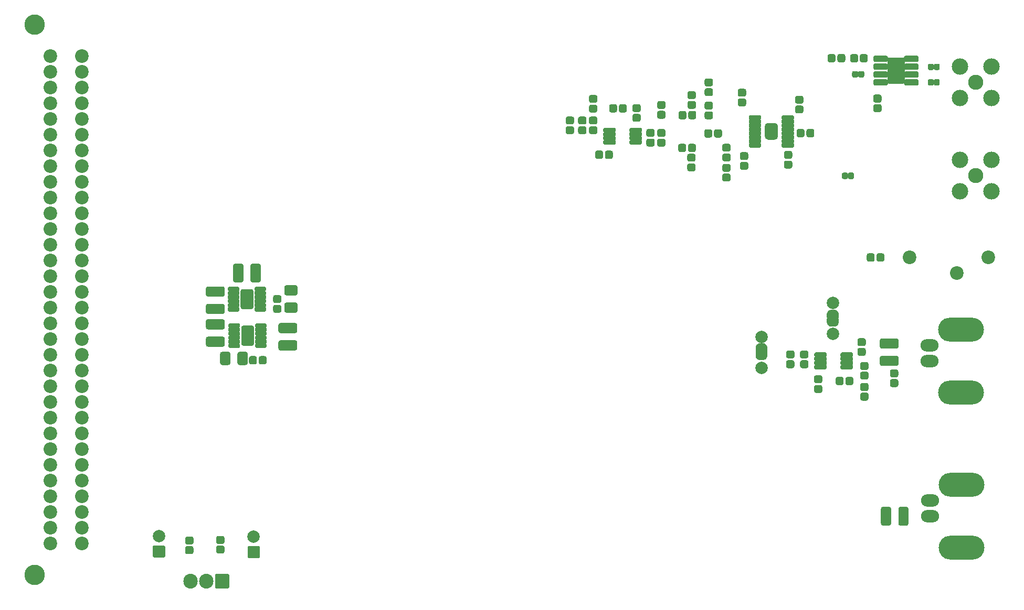
<source format=gbr>
G04 #@! TF.GenerationSoftware,KiCad,Pcbnew,(5.1.9)-1*
G04 #@! TF.CreationDate,2021-03-21T20:31:31+01:00*
G04 #@! TF.ProjectId,PFD_HMC439QS16G,5046445f-484d-4433-9433-395153313647,1.2*
G04 #@! TF.SameCoordinates,Original*
G04 #@! TF.FileFunction,Soldermask,Top*
G04 #@! TF.FilePolarity,Negative*
%FSLAX46Y46*%
G04 Gerber Fmt 4.6, Leading zero omitted, Abs format (unit mm)*
G04 Created by KiCad (PCBNEW (5.1.9)-1) date 2021-03-21 20:31:31*
%MOMM*%
%LPD*%
G01*
G04 APERTURE LIST*
%ADD10C,2.450000*%
%ADD11C,2.650000*%
%ADD12C,0.100000*%
%ADD13C,2.200000*%
%ADD14C,2.000000*%
%ADD15C,3.300000*%
%ADD16O,2.305000X2.400000*%
%ADD17O,2.900000X2.000000*%
%ADD18O,7.400000X3.900000*%
G04 APERTURE END LIST*
G36*
G01*
X203940000Y-80272500D02*
X203940000Y-79727500D01*
G75*
G02*
X204187500Y-79480000I247500J0D01*
G01*
X204682500Y-79480000D01*
G75*
G02*
X204930000Y-79727500I0J-247500D01*
G01*
X204930000Y-80272500D01*
G75*
G02*
X204682500Y-80520000I-247500J0D01*
G01*
X204187500Y-80520000D01*
G75*
G02*
X203940000Y-80272500I0J247500D01*
G01*
G37*
G36*
G01*
X202970000Y-80272500D02*
X202970000Y-79727500D01*
G75*
G02*
X203217500Y-79480000I247500J0D01*
G01*
X203712500Y-79480000D01*
G75*
G02*
X203960000Y-79727500I0J-247500D01*
G01*
X203960000Y-80272500D01*
G75*
G02*
X203712500Y-80520000I-247500J0D01*
G01*
X203217500Y-80520000D01*
G75*
G02*
X202970000Y-80272500I0J247500D01*
G01*
G37*
G36*
G01*
X204620000Y-63872500D02*
X204620000Y-63327500D01*
G75*
G02*
X204867500Y-63080000I247500J0D01*
G01*
X205362500Y-63080000D01*
G75*
G02*
X205610000Y-63327500I0J-247500D01*
G01*
X205610000Y-63872500D01*
G75*
G02*
X205362500Y-64120000I-247500J0D01*
G01*
X204867500Y-64120000D01*
G75*
G02*
X204620000Y-63872500I0J247500D01*
G01*
G37*
G36*
G01*
X205590000Y-63872500D02*
X205590000Y-63327500D01*
G75*
G02*
X205837500Y-63080000I247500J0D01*
G01*
X206332500Y-63080000D01*
G75*
G02*
X206580000Y-63327500I0J-247500D01*
G01*
X206580000Y-63872500D01*
G75*
G02*
X206332500Y-64120000I-247500J0D01*
G01*
X205837500Y-64120000D01*
G75*
G02*
X205590000Y-63872500I0J247500D01*
G01*
G37*
G36*
G01*
X100705000Y-97875000D02*
X103095000Y-97875000D01*
G75*
G02*
X103425000Y-98205000I0J-330000D01*
G01*
X103425000Y-99195000D01*
G75*
G02*
X103095000Y-99525000I-330000J0D01*
G01*
X100705000Y-99525000D01*
G75*
G02*
X100375000Y-99195000I0J330000D01*
G01*
X100375000Y-98205000D01*
G75*
G02*
X100705000Y-97875000I330000J0D01*
G01*
G37*
G36*
G01*
X100705000Y-100675000D02*
X103095000Y-100675000D01*
G75*
G02*
X103425000Y-101005000I0J-330000D01*
G01*
X103425000Y-101995000D01*
G75*
G02*
X103095000Y-102325000I-330000J0D01*
G01*
X100705000Y-102325000D01*
G75*
G02*
X100375000Y-101995000I0J330000D01*
G01*
X100375000Y-101005000D01*
G75*
G02*
X100705000Y-100675000I330000J0D01*
G01*
G37*
G36*
G01*
X103095000Y-107625000D02*
X100705000Y-107625000D01*
G75*
G02*
X100375000Y-107295000I0J330000D01*
G01*
X100375000Y-106305000D01*
G75*
G02*
X100705000Y-105975000I330000J0D01*
G01*
X103095000Y-105975000D01*
G75*
G02*
X103425000Y-106305000I0J-330000D01*
G01*
X103425000Y-107295000D01*
G75*
G02*
X103095000Y-107625000I-330000J0D01*
G01*
G37*
G36*
G01*
X103095000Y-104825000D02*
X100705000Y-104825000D01*
G75*
G02*
X100375000Y-104495000I0J330000D01*
G01*
X100375000Y-103505000D01*
G75*
G02*
X100705000Y-103175000I330000J0D01*
G01*
X103095000Y-103175000D01*
G75*
G02*
X103425000Y-103505000I0J-330000D01*
G01*
X103425000Y-104495000D01*
G75*
G02*
X103095000Y-104825000I-330000J0D01*
G01*
G37*
G36*
G01*
X197250000Y-73456250D02*
X197250000Y-72743750D01*
G75*
G02*
X197568750Y-72425000I318750J0D01*
G01*
X198206250Y-72425000D01*
G75*
G02*
X198525000Y-72743750I0J-318750D01*
G01*
X198525000Y-73456250D01*
G75*
G02*
X198206250Y-73775000I-318750J0D01*
G01*
X197568750Y-73775000D01*
G75*
G02*
X197250000Y-73456250I0J318750D01*
G01*
G37*
G36*
G01*
X195675000Y-73456250D02*
X195675000Y-72743750D01*
G75*
G02*
X195993750Y-72425000I318750J0D01*
G01*
X196631250Y-72425000D01*
G75*
G02*
X196950000Y-72743750I0J-318750D01*
G01*
X196950000Y-73456250D01*
G75*
G02*
X196631250Y-73775000I-318750J0D01*
G01*
X195993750Y-73775000D01*
G75*
G02*
X195675000Y-73456250I0J318750D01*
G01*
G37*
G36*
G01*
X196456250Y-69925000D02*
X195743750Y-69925000D01*
G75*
G02*
X195425000Y-69606250I0J318750D01*
G01*
X195425000Y-68968750D01*
G75*
G02*
X195743750Y-68650000I318750J0D01*
G01*
X196456250Y-68650000D01*
G75*
G02*
X196775000Y-68968750I0J-318750D01*
G01*
X196775000Y-69606250D01*
G75*
G02*
X196456250Y-69925000I-318750J0D01*
G01*
G37*
G36*
G01*
X196456250Y-68350000D02*
X195743750Y-68350000D01*
G75*
G02*
X195425000Y-68031250I0J318750D01*
G01*
X195425000Y-67393750D01*
G75*
G02*
X195743750Y-67075000I318750J0D01*
G01*
X196456250Y-67075000D01*
G75*
G02*
X196775000Y-67393750I0J-318750D01*
G01*
X196775000Y-68031250D01*
G75*
G02*
X196456250Y-68350000I-318750J0D01*
G01*
G37*
G36*
G01*
X114845000Y-102125000D02*
X113355000Y-102125000D01*
G75*
G02*
X113025000Y-101795000I0J330000D01*
G01*
X113025000Y-100805000D01*
G75*
G02*
X113355000Y-100475000I330000J0D01*
G01*
X114845000Y-100475000D01*
G75*
G02*
X115175000Y-100805000I0J-330000D01*
G01*
X115175000Y-101795000D01*
G75*
G02*
X114845000Y-102125000I-330000J0D01*
G01*
G37*
G36*
G01*
X114845000Y-99325000D02*
X113355000Y-99325000D01*
G75*
G02*
X113025000Y-98995000I0J330000D01*
G01*
X113025000Y-98005000D01*
G75*
G02*
X113355000Y-97675000I330000J0D01*
G01*
X114845000Y-97675000D01*
G75*
G02*
X115175000Y-98005000I0J-330000D01*
G01*
X115175000Y-98995000D01*
G75*
G02*
X114845000Y-99325000I-330000J0D01*
G01*
G37*
G36*
G01*
X104325000Y-108755000D02*
X104325000Y-110245000D01*
G75*
G02*
X103995000Y-110575000I-330000J0D01*
G01*
X103005000Y-110575000D01*
G75*
G02*
X102675000Y-110245000I0J330000D01*
G01*
X102675000Y-108755000D01*
G75*
G02*
X103005000Y-108425000I330000J0D01*
G01*
X103995000Y-108425000D01*
G75*
G02*
X104325000Y-108755000I0J-330000D01*
G01*
G37*
G36*
G01*
X107125000Y-108755000D02*
X107125000Y-110245000D01*
G75*
G02*
X106795000Y-110575000I-330000J0D01*
G01*
X105805000Y-110575000D01*
G75*
G02*
X105475000Y-110245000I0J330000D01*
G01*
X105475000Y-108755000D01*
G75*
G02*
X105805000Y-108425000I330000J0D01*
G01*
X106795000Y-108425000D01*
G75*
G02*
X107125000Y-108755000I0J-330000D01*
G01*
G37*
G36*
G01*
X193943750Y-75975000D02*
X194656250Y-75975000D01*
G75*
G02*
X194975000Y-76293750I0J-318750D01*
G01*
X194975000Y-76931250D01*
G75*
G02*
X194656250Y-77250000I-318750J0D01*
G01*
X193943750Y-77250000D01*
G75*
G02*
X193625000Y-76931250I0J318750D01*
G01*
X193625000Y-76293750D01*
G75*
G02*
X193943750Y-75975000I318750J0D01*
G01*
G37*
G36*
G01*
X193943750Y-77550000D02*
X194656250Y-77550000D01*
G75*
G02*
X194975000Y-77868750I0J-318750D01*
G01*
X194975000Y-78506250D01*
G75*
G02*
X194656250Y-78825000I-318750J0D01*
G01*
X193943750Y-78825000D01*
G75*
G02*
X193625000Y-78506250I0J318750D01*
G01*
X193625000Y-77868750D01*
G75*
G02*
X193943750Y-77550000I318750J0D01*
G01*
G37*
G36*
G01*
X181856250Y-65550000D02*
X181143750Y-65550000D01*
G75*
G02*
X180825000Y-65231250I0J318750D01*
G01*
X180825000Y-64593750D01*
G75*
G02*
X181143750Y-64275000I318750J0D01*
G01*
X181856250Y-64275000D01*
G75*
G02*
X182175000Y-64593750I0J-318750D01*
G01*
X182175000Y-65231250D01*
G75*
G02*
X181856250Y-65550000I-318750J0D01*
G01*
G37*
G36*
G01*
X181856250Y-67125000D02*
X181143750Y-67125000D01*
G75*
G02*
X180825000Y-66806250I0J318750D01*
G01*
X180825000Y-66168750D01*
G75*
G02*
X181143750Y-65850000I318750J0D01*
G01*
X181856250Y-65850000D01*
G75*
G02*
X182175000Y-66168750I0J-318750D01*
G01*
X182175000Y-66806250D01*
G75*
G02*
X181856250Y-67125000I-318750J0D01*
G01*
G37*
G36*
G01*
X106425000Y-94505000D02*
X106425000Y-96895000D01*
G75*
G02*
X106095000Y-97225000I-330000J0D01*
G01*
X105105000Y-97225000D01*
G75*
G02*
X104775000Y-96895000I0J330000D01*
G01*
X104775000Y-94505000D01*
G75*
G02*
X105105000Y-94175000I330000J0D01*
G01*
X106095000Y-94175000D01*
G75*
G02*
X106425000Y-94505000I0J-330000D01*
G01*
G37*
G36*
G01*
X109225000Y-94505000D02*
X109225000Y-96895000D01*
G75*
G02*
X108895000Y-97225000I-330000J0D01*
G01*
X107905000Y-97225000D01*
G75*
G02*
X107575000Y-96895000I0J330000D01*
G01*
X107575000Y-94505000D01*
G75*
G02*
X107905000Y-94175000I330000J0D01*
G01*
X108895000Y-94175000D01*
G75*
G02*
X109225000Y-94505000I0J-330000D01*
G01*
G37*
G36*
G01*
X112405000Y-106575000D02*
X114795000Y-106575000D01*
G75*
G02*
X115125000Y-106905000I0J-330000D01*
G01*
X115125000Y-107895000D01*
G75*
G02*
X114795000Y-108225000I-330000J0D01*
G01*
X112405000Y-108225000D01*
G75*
G02*
X112075000Y-107895000I0J330000D01*
G01*
X112075000Y-106905000D01*
G75*
G02*
X112405000Y-106575000I330000J0D01*
G01*
G37*
G36*
G01*
X112405000Y-103775000D02*
X114795000Y-103775000D01*
G75*
G02*
X115125000Y-104105000I0J-330000D01*
G01*
X115125000Y-105095000D01*
G75*
G02*
X114795000Y-105425000I-330000J0D01*
G01*
X112405000Y-105425000D01*
G75*
G02*
X112075000Y-105095000I0J330000D01*
G01*
X112075000Y-104105000D01*
G75*
G02*
X112405000Y-103775000I330000J0D01*
G01*
G37*
G36*
G01*
X179056250Y-77700000D02*
X178343750Y-77700000D01*
G75*
G02*
X178025000Y-77381250I0J318750D01*
G01*
X178025000Y-76743750D01*
G75*
G02*
X178343750Y-76425000I318750J0D01*
G01*
X179056250Y-76425000D01*
G75*
G02*
X179375000Y-76743750I0J-318750D01*
G01*
X179375000Y-77381250D01*
G75*
G02*
X179056250Y-77700000I-318750J0D01*
G01*
G37*
G36*
G01*
X179056250Y-79275000D02*
X178343750Y-79275000D01*
G75*
G02*
X178025000Y-78956250I0J318750D01*
G01*
X178025000Y-78318750D01*
G75*
G02*
X178343750Y-78000000I318750J0D01*
G01*
X179056250Y-78000000D01*
G75*
G02*
X179375000Y-78318750I0J-318750D01*
G01*
X179375000Y-78956250D01*
G75*
G02*
X179056250Y-79275000I-318750J0D01*
G01*
G37*
G36*
G01*
X179106250Y-69175000D02*
X178393750Y-69175000D01*
G75*
G02*
X178075000Y-68856250I0J318750D01*
G01*
X178075000Y-68218750D01*
G75*
G02*
X178393750Y-67900000I318750J0D01*
G01*
X179106250Y-67900000D01*
G75*
G02*
X179425000Y-68218750I0J-318750D01*
G01*
X179425000Y-68856250D01*
G75*
G02*
X179106250Y-69175000I-318750J0D01*
G01*
G37*
G36*
G01*
X179106250Y-67600000D02*
X178393750Y-67600000D01*
G75*
G02*
X178075000Y-67281250I0J318750D01*
G01*
X178075000Y-66643750D01*
G75*
G02*
X178393750Y-66325000I318750J0D01*
G01*
X179106250Y-66325000D01*
G75*
G02*
X179425000Y-66643750I0J-318750D01*
G01*
X179425000Y-67281250D01*
G75*
G02*
X179106250Y-67600000I-318750J0D01*
G01*
G37*
G36*
G01*
X163206250Y-68200000D02*
X162493750Y-68200000D01*
G75*
G02*
X162175000Y-67881250I0J318750D01*
G01*
X162175000Y-67243750D01*
G75*
G02*
X162493750Y-66925000I318750J0D01*
G01*
X163206250Y-66925000D01*
G75*
G02*
X163525000Y-67243750I0J-318750D01*
G01*
X163525000Y-67881250D01*
G75*
G02*
X163206250Y-68200000I-318750J0D01*
G01*
G37*
G36*
G01*
X163206250Y-69775000D02*
X162493750Y-69775000D01*
G75*
G02*
X162175000Y-69456250I0J318750D01*
G01*
X162175000Y-68818750D01*
G75*
G02*
X162493750Y-68500000I318750J0D01*
G01*
X163206250Y-68500000D01*
G75*
G02*
X163525000Y-68818750I0J-318750D01*
G01*
X163525000Y-69456250D01*
G75*
G02*
X163206250Y-69775000I-318750J0D01*
G01*
G37*
G36*
G01*
X160743750Y-70425000D02*
X161456250Y-70425000D01*
G75*
G02*
X161775000Y-70743750I0J-318750D01*
G01*
X161775000Y-71381250D01*
G75*
G02*
X161456250Y-71700000I-318750J0D01*
G01*
X160743750Y-71700000D01*
G75*
G02*
X160425000Y-71381250I0J318750D01*
G01*
X160425000Y-70743750D01*
G75*
G02*
X160743750Y-70425000I318750J0D01*
G01*
G37*
G36*
G01*
X160743750Y-72000000D02*
X161456250Y-72000000D01*
G75*
G02*
X161775000Y-72318750I0J-318750D01*
G01*
X161775000Y-72956250D01*
G75*
G02*
X161456250Y-73275000I-318750J0D01*
G01*
X160743750Y-73275000D01*
G75*
G02*
X160425000Y-72956250I0J318750D01*
G01*
X160425000Y-72318750D01*
G75*
G02*
X160743750Y-72000000I318750J0D01*
G01*
G37*
G36*
G01*
X166025000Y-76243750D02*
X166025000Y-76956250D01*
G75*
G02*
X165706250Y-77275000I-318750J0D01*
G01*
X165068750Y-77275000D01*
G75*
G02*
X164750000Y-76956250I0J318750D01*
G01*
X164750000Y-76243750D01*
G75*
G02*
X165068750Y-75925000I318750J0D01*
G01*
X165706250Y-75925000D01*
G75*
G02*
X166025000Y-76243750I0J-318750D01*
G01*
G37*
G36*
G01*
X164450000Y-76243750D02*
X164450000Y-76956250D01*
G75*
G02*
X164131250Y-77275000I-318750J0D01*
G01*
X163493750Y-77275000D01*
G75*
G02*
X163175000Y-76956250I0J318750D01*
G01*
X163175000Y-76243750D01*
G75*
G02*
X163493750Y-75925000I318750J0D01*
G01*
X164131250Y-75925000D01*
G75*
G02*
X164450000Y-76243750I0J-318750D01*
G01*
G37*
G36*
G01*
X170206250Y-69700000D02*
X169493750Y-69700000D01*
G75*
G02*
X169175000Y-69381250I0J318750D01*
G01*
X169175000Y-68743750D01*
G75*
G02*
X169493750Y-68425000I318750J0D01*
G01*
X170206250Y-68425000D01*
G75*
G02*
X170525000Y-68743750I0J-318750D01*
G01*
X170525000Y-69381250D01*
G75*
G02*
X170206250Y-69700000I-318750J0D01*
G01*
G37*
G36*
G01*
X170206250Y-71275000D02*
X169493750Y-71275000D01*
G75*
G02*
X169175000Y-70956250I0J318750D01*
G01*
X169175000Y-70318750D01*
G75*
G02*
X169493750Y-70000000I318750J0D01*
G01*
X170206250Y-70000000D01*
G75*
G02*
X170525000Y-70318750I0J-318750D01*
G01*
X170525000Y-70956250D01*
G75*
G02*
X170206250Y-71275000I-318750J0D01*
G01*
G37*
G36*
G01*
X183993750Y-79650000D02*
X184706250Y-79650000D01*
G75*
G02*
X185025000Y-79968750I0J-318750D01*
G01*
X185025000Y-80606250D01*
G75*
G02*
X184706250Y-80925000I-318750J0D01*
G01*
X183993750Y-80925000D01*
G75*
G02*
X183675000Y-80606250I0J318750D01*
G01*
X183675000Y-79968750D01*
G75*
G02*
X183993750Y-79650000I318750J0D01*
G01*
G37*
G36*
G01*
X183993750Y-78075000D02*
X184706250Y-78075000D01*
G75*
G02*
X185025000Y-78393750I0J-318750D01*
G01*
X185025000Y-79031250D01*
G75*
G02*
X184706250Y-79350000I-318750J0D01*
G01*
X183993750Y-79350000D01*
G75*
G02*
X183675000Y-79031250I0J318750D01*
G01*
X183675000Y-78393750D01*
G75*
G02*
X183993750Y-78075000I318750J0D01*
G01*
G37*
G36*
G01*
X173493750Y-74000000D02*
X174206250Y-74000000D01*
G75*
G02*
X174525000Y-74318750I0J-318750D01*
G01*
X174525000Y-74956250D01*
G75*
G02*
X174206250Y-75275000I-318750J0D01*
G01*
X173493750Y-75275000D01*
G75*
G02*
X173175000Y-74956250I0J318750D01*
G01*
X173175000Y-74318750D01*
G75*
G02*
X173493750Y-74000000I318750J0D01*
G01*
G37*
G36*
G01*
X173493750Y-72425000D02*
X174206250Y-72425000D01*
G75*
G02*
X174525000Y-72743750I0J-318750D01*
G01*
X174525000Y-73381250D01*
G75*
G02*
X174206250Y-73700000I-318750J0D01*
G01*
X173493750Y-73700000D01*
G75*
G02*
X173175000Y-73381250I0J318750D01*
G01*
X173175000Y-72743750D01*
G75*
G02*
X173493750Y-72425000I318750J0D01*
G01*
G37*
G36*
G01*
X206506250Y-107500000D02*
X205793750Y-107500000D01*
G75*
G02*
X205475000Y-107181250I0J318750D01*
G01*
X205475000Y-106543750D01*
G75*
G02*
X205793750Y-106225000I318750J0D01*
G01*
X206506250Y-106225000D01*
G75*
G02*
X206825000Y-106543750I0J-318750D01*
G01*
X206825000Y-107181250D01*
G75*
G02*
X206506250Y-107500000I-318750J0D01*
G01*
G37*
G36*
G01*
X206506250Y-109075000D02*
X205793750Y-109075000D01*
G75*
G02*
X205475000Y-108756250I0J318750D01*
G01*
X205475000Y-108118750D01*
G75*
G02*
X205793750Y-107800000I318750J0D01*
G01*
X206506250Y-107800000D01*
G75*
G02*
X206825000Y-108118750I0J-318750D01*
G01*
X206825000Y-108756250D01*
G75*
G02*
X206506250Y-109075000I-318750J0D01*
G01*
G37*
G36*
G01*
X198793750Y-112225000D02*
X199506250Y-112225000D01*
G75*
G02*
X199825000Y-112543750I0J-318750D01*
G01*
X199825000Y-113181250D01*
G75*
G02*
X199506250Y-113500000I-318750J0D01*
G01*
X198793750Y-113500000D01*
G75*
G02*
X198475000Y-113181250I0J318750D01*
G01*
X198475000Y-112543750D01*
G75*
G02*
X198793750Y-112225000I318750J0D01*
G01*
G37*
G36*
G01*
X198793750Y-113800000D02*
X199506250Y-113800000D01*
G75*
G02*
X199825000Y-114118750I0J-318750D01*
G01*
X199825000Y-114756250D01*
G75*
G02*
X199506250Y-115075000I-318750J0D01*
G01*
X198793750Y-115075000D01*
G75*
G02*
X198475000Y-114756250I0J318750D01*
G01*
X198475000Y-114118750D01*
G75*
G02*
X198793750Y-113800000I318750J0D01*
G01*
G37*
G36*
G01*
X195006250Y-111075000D02*
X194293750Y-111075000D01*
G75*
G02*
X193975000Y-110756250I0J318750D01*
G01*
X193975000Y-110118750D01*
G75*
G02*
X194293750Y-109800000I318750J0D01*
G01*
X195006250Y-109800000D01*
G75*
G02*
X195325000Y-110118750I0J-318750D01*
G01*
X195325000Y-110756250D01*
G75*
G02*
X195006250Y-111075000I-318750J0D01*
G01*
G37*
G36*
G01*
X195006250Y-109500000D02*
X194293750Y-109500000D01*
G75*
G02*
X193975000Y-109181250I0J318750D01*
G01*
X193975000Y-108543750D01*
G75*
G02*
X194293750Y-108225000I318750J0D01*
G01*
X195006250Y-108225000D01*
G75*
G02*
X195325000Y-108543750I0J-318750D01*
G01*
X195325000Y-109181250D01*
G75*
G02*
X195006250Y-109500000I-318750J0D01*
G01*
G37*
G36*
G01*
X211043750Y-111275000D02*
X211756250Y-111275000D01*
G75*
G02*
X212075000Y-111593750I0J-318750D01*
G01*
X212075000Y-112231250D01*
G75*
G02*
X211756250Y-112550000I-318750J0D01*
G01*
X211043750Y-112550000D01*
G75*
G02*
X210725000Y-112231250I0J318750D01*
G01*
X210725000Y-111593750D01*
G75*
G02*
X211043750Y-111275000I318750J0D01*
G01*
G37*
G36*
G01*
X211043750Y-112850000D02*
X211756250Y-112850000D01*
G75*
G02*
X212075000Y-113168750I0J-318750D01*
G01*
X212075000Y-113806250D01*
G75*
G02*
X211756250Y-114125000I-318750J0D01*
G01*
X211043750Y-114125000D01*
G75*
G02*
X210725000Y-113806250I0J318750D01*
G01*
X210725000Y-113168750D01*
G75*
G02*
X211043750Y-112850000I318750J0D01*
G01*
G37*
D10*
X224600000Y-80000000D03*
D11*
X227140000Y-82540000D03*
X227140000Y-77460000D03*
X222060000Y-77460000D03*
X222060000Y-82540000D03*
X222060000Y-67440000D03*
X222060000Y-62360000D03*
X227140000Y-62360000D03*
X227140000Y-67440000D03*
D10*
X224600000Y-64900000D03*
D12*
G36*
X200553843Y-103110982D02*
G01*
X200565224Y-103073463D01*
X200583706Y-103038886D01*
X200608579Y-103008579D01*
X200638886Y-102983706D01*
X200673463Y-102965224D01*
X200710982Y-102953843D01*
X200750000Y-102950000D01*
X202250000Y-102950000D01*
X202289018Y-102953843D01*
X202326537Y-102965224D01*
X202361114Y-102983706D01*
X202391421Y-103008579D01*
X202416294Y-103038886D01*
X202434776Y-103073463D01*
X202446157Y-103110982D01*
X202450000Y-103150000D01*
X202450000Y-103650000D01*
X202449398Y-103656112D01*
X202449398Y-103674534D01*
X202448435Y-103694140D01*
X202443625Y-103742971D01*
X202440746Y-103762380D01*
X202431174Y-103810505D01*
X202426404Y-103829548D01*
X202412160Y-103876503D01*
X202405549Y-103894980D01*
X202386772Y-103940313D01*
X202378377Y-103958061D01*
X202355246Y-104001334D01*
X202345160Y-104018162D01*
X202317900Y-104058961D01*
X202306205Y-104074730D01*
X202275077Y-104112659D01*
X202261897Y-104127200D01*
X202227200Y-104161897D01*
X202212659Y-104175077D01*
X202174730Y-104206205D01*
X202158961Y-104217900D01*
X202118162Y-104245160D01*
X202101334Y-104255246D01*
X202058061Y-104278377D01*
X202040313Y-104286772D01*
X201994980Y-104305549D01*
X201976503Y-104312160D01*
X201929548Y-104326404D01*
X201910505Y-104331174D01*
X201862380Y-104340746D01*
X201842971Y-104343625D01*
X201794140Y-104348435D01*
X201774534Y-104349398D01*
X201756112Y-104349398D01*
X201750000Y-104350000D01*
X201250000Y-104350000D01*
X201243888Y-104349398D01*
X201225466Y-104349398D01*
X201205860Y-104348435D01*
X201157029Y-104343625D01*
X201137620Y-104340746D01*
X201089495Y-104331174D01*
X201070452Y-104326404D01*
X201023497Y-104312160D01*
X201005020Y-104305549D01*
X200959687Y-104286772D01*
X200941939Y-104278377D01*
X200898666Y-104255246D01*
X200881838Y-104245160D01*
X200841039Y-104217900D01*
X200825270Y-104206205D01*
X200787341Y-104175077D01*
X200772800Y-104161897D01*
X200738103Y-104127200D01*
X200724923Y-104112659D01*
X200693795Y-104074730D01*
X200682100Y-104058961D01*
X200654840Y-104018162D01*
X200644754Y-104001334D01*
X200621623Y-103958061D01*
X200613228Y-103940313D01*
X200594451Y-103894980D01*
X200587840Y-103876503D01*
X200573596Y-103829548D01*
X200568826Y-103810505D01*
X200559254Y-103762380D01*
X200556375Y-103742971D01*
X200551565Y-103694140D01*
X200550602Y-103674534D01*
X200550602Y-103656112D01*
X200550000Y-103650000D01*
X200550000Y-103150000D01*
X200553843Y-103110982D01*
G37*
G36*
X200550602Y-102343888D02*
G01*
X200550602Y-102325466D01*
X200551565Y-102305860D01*
X200556375Y-102257029D01*
X200559254Y-102237620D01*
X200568826Y-102189495D01*
X200573596Y-102170452D01*
X200587840Y-102123497D01*
X200594451Y-102105020D01*
X200613228Y-102059687D01*
X200621623Y-102041939D01*
X200644754Y-101998666D01*
X200654840Y-101981838D01*
X200682100Y-101941039D01*
X200693795Y-101925270D01*
X200724923Y-101887341D01*
X200738103Y-101872800D01*
X200772800Y-101838103D01*
X200787341Y-101824923D01*
X200825270Y-101793795D01*
X200841039Y-101782100D01*
X200881838Y-101754840D01*
X200898666Y-101744754D01*
X200941939Y-101721623D01*
X200959687Y-101713228D01*
X201005020Y-101694451D01*
X201023497Y-101687840D01*
X201070452Y-101673596D01*
X201089495Y-101668826D01*
X201137620Y-101659254D01*
X201157029Y-101656375D01*
X201205860Y-101651565D01*
X201225466Y-101650602D01*
X201243888Y-101650602D01*
X201250000Y-101650000D01*
X201750000Y-101650000D01*
X201756112Y-101650602D01*
X201774534Y-101650602D01*
X201794140Y-101651565D01*
X201842971Y-101656375D01*
X201862380Y-101659254D01*
X201910505Y-101668826D01*
X201929548Y-101673596D01*
X201976503Y-101687840D01*
X201994980Y-101694451D01*
X202040313Y-101713228D01*
X202058061Y-101721623D01*
X202101334Y-101744754D01*
X202118162Y-101754840D01*
X202158961Y-101782100D01*
X202174730Y-101793795D01*
X202212659Y-101824923D01*
X202227200Y-101838103D01*
X202261897Y-101872800D01*
X202275077Y-101887341D01*
X202306205Y-101925270D01*
X202317900Y-101941039D01*
X202345160Y-101981838D01*
X202355246Y-101998666D01*
X202378377Y-102041939D01*
X202386772Y-102059687D01*
X202405549Y-102105020D01*
X202412160Y-102123497D01*
X202426404Y-102170452D01*
X202431174Y-102189495D01*
X202440746Y-102237620D01*
X202443625Y-102257029D01*
X202448435Y-102305860D01*
X202449398Y-102325466D01*
X202449398Y-102343888D01*
X202450000Y-102350000D01*
X202450000Y-102850000D01*
X202446157Y-102889018D01*
X202434776Y-102926537D01*
X202416294Y-102961114D01*
X202391421Y-102991421D01*
X202361114Y-103016294D01*
X202326537Y-103034776D01*
X202289018Y-103046157D01*
X202250000Y-103050000D01*
X200750000Y-103050000D01*
X200710982Y-103046157D01*
X200673463Y-103034776D01*
X200638886Y-103016294D01*
X200608579Y-102991421D01*
X200583706Y-102961114D01*
X200565224Y-102926537D01*
X200553843Y-102889018D01*
X200550000Y-102850000D01*
X200550000Y-102350000D01*
X200550602Y-102343888D01*
G37*
G36*
G01*
X112256250Y-102125000D02*
X111543750Y-102125000D01*
G75*
G02*
X111225000Y-101806250I0J318750D01*
G01*
X111225000Y-101168750D01*
G75*
G02*
X111543750Y-100850000I318750J0D01*
G01*
X112256250Y-100850000D01*
G75*
G02*
X112575000Y-101168750I0J-318750D01*
G01*
X112575000Y-101806250D01*
G75*
G02*
X112256250Y-102125000I-318750J0D01*
G01*
G37*
G36*
G01*
X112256250Y-100550000D02*
X111543750Y-100550000D01*
G75*
G02*
X111225000Y-100231250I0J318750D01*
G01*
X111225000Y-99593750D01*
G75*
G02*
X111543750Y-99275000I318750J0D01*
G01*
X112256250Y-99275000D01*
G75*
G02*
X112575000Y-99593750I0J-318750D01*
G01*
X112575000Y-100231250D01*
G75*
G02*
X112256250Y-100550000I-318750J0D01*
G01*
G37*
G36*
G01*
X107325000Y-110156250D02*
X107325000Y-109443750D01*
G75*
G02*
X107643750Y-109125000I318750J0D01*
G01*
X108281250Y-109125000D01*
G75*
G02*
X108600000Y-109443750I0J-318750D01*
G01*
X108600000Y-110156250D01*
G75*
G02*
X108281250Y-110475000I-318750J0D01*
G01*
X107643750Y-110475000D01*
G75*
G02*
X107325000Y-110156250I0J318750D01*
G01*
G37*
G36*
G01*
X108900000Y-110156250D02*
X108900000Y-109443750D01*
G75*
G02*
X109218750Y-109125000I318750J0D01*
G01*
X109856250Y-109125000D01*
G75*
G02*
X110175000Y-109443750I0J-318750D01*
G01*
X110175000Y-110156250D01*
G75*
G02*
X109856250Y-110475000I-318750J0D01*
G01*
X109218750Y-110475000D01*
G75*
G02*
X108900000Y-110156250I0J318750D01*
G01*
G37*
G36*
G01*
X186493750Y-67500000D02*
X187206250Y-67500000D01*
G75*
G02*
X187525000Y-67818750I0J-318750D01*
G01*
X187525000Y-68456250D01*
G75*
G02*
X187206250Y-68775000I-318750J0D01*
G01*
X186493750Y-68775000D01*
G75*
G02*
X186175000Y-68456250I0J318750D01*
G01*
X186175000Y-67818750D01*
G75*
G02*
X186493750Y-67500000I318750J0D01*
G01*
G37*
G36*
G01*
X186493750Y-65925000D02*
X187206250Y-65925000D01*
G75*
G02*
X187525000Y-66243750I0J-318750D01*
G01*
X187525000Y-66881250D01*
G75*
G02*
X187206250Y-67200000I-318750J0D01*
G01*
X186493750Y-67200000D01*
G75*
G02*
X186175000Y-66881250I0J318750D01*
G01*
X186175000Y-66243750D01*
G75*
G02*
X186493750Y-65925000I318750J0D01*
G01*
G37*
G36*
G01*
X184706250Y-77675000D02*
X183993750Y-77675000D01*
G75*
G02*
X183675000Y-77356250I0J318750D01*
G01*
X183675000Y-76718750D01*
G75*
G02*
X183993750Y-76400000I318750J0D01*
G01*
X184706250Y-76400000D01*
G75*
G02*
X185025000Y-76718750I0J-318750D01*
G01*
X185025000Y-77356250D01*
G75*
G02*
X184706250Y-77675000I-318750J0D01*
G01*
G37*
G36*
G01*
X184706250Y-76100000D02*
X183993750Y-76100000D01*
G75*
G02*
X183675000Y-75781250I0J318750D01*
G01*
X183675000Y-75143750D01*
G75*
G02*
X183993750Y-74825000I318750J0D01*
G01*
X184706250Y-74825000D01*
G75*
G02*
X185025000Y-75143750I0J-318750D01*
G01*
X185025000Y-75781250D01*
G75*
G02*
X184706250Y-76100000I-318750J0D01*
G01*
G37*
G36*
G01*
X181143750Y-69600000D02*
X181856250Y-69600000D01*
G75*
G02*
X182175000Y-69918750I0J-318750D01*
G01*
X182175000Y-70556250D01*
G75*
G02*
X181856250Y-70875000I-318750J0D01*
G01*
X181143750Y-70875000D01*
G75*
G02*
X180825000Y-70556250I0J318750D01*
G01*
X180825000Y-69918750D01*
G75*
G02*
X181143750Y-69600000I318750J0D01*
G01*
G37*
G36*
G01*
X181143750Y-68025000D02*
X181856250Y-68025000D01*
G75*
G02*
X182175000Y-68343750I0J-318750D01*
G01*
X182175000Y-68981250D01*
G75*
G02*
X181856250Y-69300000I-318750J0D01*
G01*
X181143750Y-69300000D01*
G75*
G02*
X180825000Y-68981250I0J318750D01*
G01*
X180825000Y-68343750D01*
G75*
G02*
X181143750Y-68025000I318750J0D01*
G01*
G37*
G36*
G01*
X187556250Y-79025000D02*
X186843750Y-79025000D01*
G75*
G02*
X186525000Y-78706250I0J318750D01*
G01*
X186525000Y-78068750D01*
G75*
G02*
X186843750Y-77750000I318750J0D01*
G01*
X187556250Y-77750000D01*
G75*
G02*
X187875000Y-78068750I0J-318750D01*
G01*
X187875000Y-78706250D01*
G75*
G02*
X187556250Y-79025000I-318750J0D01*
G01*
G37*
G36*
G01*
X187556250Y-77450000D02*
X186843750Y-77450000D01*
G75*
G02*
X186525000Y-77131250I0J318750D01*
G01*
X186525000Y-76493750D01*
G75*
G02*
X186843750Y-76175000I318750J0D01*
G01*
X187556250Y-76175000D01*
G75*
G02*
X187875000Y-76493750I0J-318750D01*
G01*
X187875000Y-77131250D01*
G75*
G02*
X187556250Y-77450000I-318750J0D01*
G01*
G37*
G36*
G01*
X182350000Y-73506250D02*
X182350000Y-72793750D01*
G75*
G02*
X182668750Y-72475000I318750J0D01*
G01*
X183306250Y-72475000D01*
G75*
G02*
X183625000Y-72793750I0J-318750D01*
G01*
X183625000Y-73506250D01*
G75*
G02*
X183306250Y-73825000I-318750J0D01*
G01*
X182668750Y-73825000D01*
G75*
G02*
X182350000Y-73506250I0J318750D01*
G01*
G37*
G36*
G01*
X180775000Y-73506250D02*
X180775000Y-72793750D01*
G75*
G02*
X181093750Y-72475000I318750J0D01*
G01*
X181731250Y-72475000D01*
G75*
G02*
X182050000Y-72793750I0J-318750D01*
G01*
X182050000Y-73506250D01*
G75*
G02*
X181731250Y-73825000I-318750J0D01*
G01*
X181093750Y-73825000D01*
G75*
G02*
X180775000Y-73506250I0J318750D01*
G01*
G37*
G36*
G01*
X178150000Y-75856250D02*
X178150000Y-75143750D01*
G75*
G02*
X178468750Y-74825000I318750J0D01*
G01*
X179106250Y-74825000D01*
G75*
G02*
X179425000Y-75143750I0J-318750D01*
G01*
X179425000Y-75856250D01*
G75*
G02*
X179106250Y-76175000I-318750J0D01*
G01*
X178468750Y-76175000D01*
G75*
G02*
X178150000Y-75856250I0J318750D01*
G01*
G37*
G36*
G01*
X176575000Y-75856250D02*
X176575000Y-75143750D01*
G75*
G02*
X176893750Y-74825000I318750J0D01*
G01*
X177531250Y-74825000D01*
G75*
G02*
X177850000Y-75143750I0J-318750D01*
G01*
X177850000Y-75856250D01*
G75*
G02*
X177531250Y-76175000I-318750J0D01*
G01*
X176893750Y-76175000D01*
G75*
G02*
X176575000Y-75856250I0J318750D01*
G01*
G37*
G36*
G01*
X176625000Y-70556250D02*
X176625000Y-69843750D01*
G75*
G02*
X176943750Y-69525000I318750J0D01*
G01*
X177581250Y-69525000D01*
G75*
G02*
X177900000Y-69843750I0J-318750D01*
G01*
X177900000Y-70556250D01*
G75*
G02*
X177581250Y-70875000I-318750J0D01*
G01*
X176943750Y-70875000D01*
G75*
G02*
X176625000Y-70556250I0J318750D01*
G01*
G37*
G36*
G01*
X178200000Y-70556250D02*
X178200000Y-69843750D01*
G75*
G02*
X178518750Y-69525000I318750J0D01*
G01*
X179156250Y-69525000D01*
G75*
G02*
X179475000Y-69843750I0J-318750D01*
G01*
X179475000Y-70556250D01*
G75*
G02*
X179156250Y-70875000I-318750J0D01*
G01*
X178518750Y-70875000D01*
G75*
G02*
X178200000Y-70556250I0J318750D01*
G01*
G37*
G36*
G01*
X174206250Y-69200000D02*
X173493750Y-69200000D01*
G75*
G02*
X173175000Y-68881250I0J318750D01*
G01*
X173175000Y-68243750D01*
G75*
G02*
X173493750Y-67925000I318750J0D01*
G01*
X174206250Y-67925000D01*
G75*
G02*
X174525000Y-68243750I0J-318750D01*
G01*
X174525000Y-68881250D01*
G75*
G02*
X174206250Y-69200000I-318750J0D01*
G01*
G37*
G36*
G01*
X174206250Y-70775000D02*
X173493750Y-70775000D01*
G75*
G02*
X173175000Y-70456250I0J318750D01*
G01*
X173175000Y-69818750D01*
G75*
G02*
X173493750Y-69500000I318750J0D01*
G01*
X174206250Y-69500000D01*
G75*
G02*
X174525000Y-69818750I0J-318750D01*
G01*
X174525000Y-70456250D01*
G75*
G02*
X174206250Y-70775000I-318750J0D01*
G01*
G37*
G36*
G01*
X171743750Y-72425000D02*
X172456250Y-72425000D01*
G75*
G02*
X172775000Y-72743750I0J-318750D01*
G01*
X172775000Y-73381250D01*
G75*
G02*
X172456250Y-73700000I-318750J0D01*
G01*
X171743750Y-73700000D01*
G75*
G02*
X171425000Y-73381250I0J318750D01*
G01*
X171425000Y-72743750D01*
G75*
G02*
X171743750Y-72425000I318750J0D01*
G01*
G37*
G36*
G01*
X171743750Y-74000000D02*
X172456250Y-74000000D01*
G75*
G02*
X172775000Y-74318750I0J-318750D01*
G01*
X172775000Y-74956250D01*
G75*
G02*
X172456250Y-75275000I-318750J0D01*
G01*
X171743750Y-75275000D01*
G75*
G02*
X171425000Y-74956250I0J318750D01*
G01*
X171425000Y-74318750D01*
G75*
G02*
X171743750Y-74000000I318750J0D01*
G01*
G37*
G36*
G01*
X167000000Y-69456250D02*
X167000000Y-68743750D01*
G75*
G02*
X167318750Y-68425000I318750J0D01*
G01*
X167956250Y-68425000D01*
G75*
G02*
X168275000Y-68743750I0J-318750D01*
G01*
X168275000Y-69456250D01*
G75*
G02*
X167956250Y-69775000I-318750J0D01*
G01*
X167318750Y-69775000D01*
G75*
G02*
X167000000Y-69456250I0J318750D01*
G01*
G37*
G36*
G01*
X165425000Y-69456250D02*
X165425000Y-68743750D01*
G75*
G02*
X165743750Y-68425000I318750J0D01*
G01*
X166381250Y-68425000D01*
G75*
G02*
X166700000Y-68743750I0J-318750D01*
G01*
X166700000Y-69456250D01*
G75*
G02*
X166381250Y-69775000I-318750J0D01*
G01*
X165743750Y-69775000D01*
G75*
G02*
X165425000Y-69456250I0J318750D01*
G01*
G37*
G36*
G01*
X162493750Y-72000000D02*
X163206250Y-72000000D01*
G75*
G02*
X163525000Y-72318750I0J-318750D01*
G01*
X163525000Y-72956250D01*
G75*
G02*
X163206250Y-73275000I-318750J0D01*
G01*
X162493750Y-73275000D01*
G75*
G02*
X162175000Y-72956250I0J318750D01*
G01*
X162175000Y-72318750D01*
G75*
G02*
X162493750Y-72000000I318750J0D01*
G01*
G37*
G36*
G01*
X162493750Y-70425000D02*
X163206250Y-70425000D01*
G75*
G02*
X163525000Y-70743750I0J-318750D01*
G01*
X163525000Y-71381250D01*
G75*
G02*
X163206250Y-71700000I-318750J0D01*
G01*
X162493750Y-71700000D01*
G75*
G02*
X162175000Y-71381250I0J318750D01*
G01*
X162175000Y-70743750D01*
G75*
G02*
X162493750Y-70425000I318750J0D01*
G01*
G37*
G36*
G01*
X159456250Y-73275000D02*
X158743750Y-73275000D01*
G75*
G02*
X158425000Y-72956250I0J318750D01*
G01*
X158425000Y-72318750D01*
G75*
G02*
X158743750Y-72000000I318750J0D01*
G01*
X159456250Y-72000000D01*
G75*
G02*
X159775000Y-72318750I0J-318750D01*
G01*
X159775000Y-72956250D01*
G75*
G02*
X159456250Y-73275000I-318750J0D01*
G01*
G37*
G36*
G01*
X159456250Y-71700000D02*
X158743750Y-71700000D01*
G75*
G02*
X158425000Y-71381250I0J318750D01*
G01*
X158425000Y-70743750D01*
G75*
G02*
X158743750Y-70425000I318750J0D01*
G01*
X159456250Y-70425000D01*
G75*
G02*
X159775000Y-70743750I0J-318750D01*
G01*
X159775000Y-71381250D01*
G75*
G02*
X159456250Y-71700000I-318750J0D01*
G01*
G37*
G36*
G01*
X213725000Y-133805000D02*
X213725000Y-136195000D01*
G75*
G02*
X213395000Y-136525000I-330000J0D01*
G01*
X212405000Y-136525000D01*
G75*
G02*
X212075000Y-136195000I0J330000D01*
G01*
X212075000Y-133805000D01*
G75*
G02*
X212405000Y-133475000I330000J0D01*
G01*
X213395000Y-133475000D01*
G75*
G02*
X213725000Y-133805000I0J-330000D01*
G01*
G37*
G36*
G01*
X210925000Y-133805000D02*
X210925000Y-136195000D01*
G75*
G02*
X210595000Y-136525000I-330000J0D01*
G01*
X209605000Y-136525000D01*
G75*
G02*
X209275000Y-136195000I0J330000D01*
G01*
X209275000Y-133805000D01*
G75*
G02*
X209605000Y-133475000I330000J0D01*
G01*
X210595000Y-133475000D01*
G75*
G02*
X210925000Y-133805000I0J-330000D01*
G01*
G37*
G36*
G01*
X206975000Y-93556250D02*
X206975000Y-92843750D01*
G75*
G02*
X207293750Y-92525000I318750J0D01*
G01*
X207931250Y-92525000D01*
G75*
G02*
X208250000Y-92843750I0J-318750D01*
G01*
X208250000Y-93556250D01*
G75*
G02*
X207931250Y-93875000I-318750J0D01*
G01*
X207293750Y-93875000D01*
G75*
G02*
X206975000Y-93556250I0J318750D01*
G01*
G37*
G36*
G01*
X208550000Y-93556250D02*
X208550000Y-92843750D01*
G75*
G02*
X208868750Y-92525000I318750J0D01*
G01*
X209506250Y-92525000D01*
G75*
G02*
X209825000Y-92843750I0J-318750D01*
G01*
X209825000Y-93556250D01*
G75*
G02*
X209506250Y-93875000I-318750J0D01*
G01*
X208868750Y-93875000D01*
G75*
G02*
X208550000Y-93556250I0J318750D01*
G01*
G37*
G36*
G01*
X203250000Y-112793750D02*
X203250000Y-113506250D01*
G75*
G02*
X202931250Y-113825000I-318750J0D01*
G01*
X202293750Y-113825000D01*
G75*
G02*
X201975000Y-113506250I0J318750D01*
G01*
X201975000Y-112793750D01*
G75*
G02*
X202293750Y-112475000I318750J0D01*
G01*
X202931250Y-112475000D01*
G75*
G02*
X203250000Y-112793750I0J-318750D01*
G01*
G37*
G36*
G01*
X204825000Y-112793750D02*
X204825000Y-113506250D01*
G75*
G02*
X204506250Y-113825000I-318750J0D01*
G01*
X203868750Y-113825000D01*
G75*
G02*
X203550000Y-113506250I0J318750D01*
G01*
X203550000Y-112793750D01*
G75*
G02*
X203868750Y-112475000I318750J0D01*
G01*
X204506250Y-112475000D01*
G75*
G02*
X204825000Y-112793750I0J-318750D01*
G01*
G37*
G36*
G01*
X196543750Y-109800000D02*
X197256250Y-109800000D01*
G75*
G02*
X197575000Y-110118750I0J-318750D01*
G01*
X197575000Y-110756250D01*
G75*
G02*
X197256250Y-111075000I-318750J0D01*
G01*
X196543750Y-111075000D01*
G75*
G02*
X196225000Y-110756250I0J318750D01*
G01*
X196225000Y-110118750D01*
G75*
G02*
X196543750Y-109800000I318750J0D01*
G01*
G37*
G36*
G01*
X196543750Y-108225000D02*
X197256250Y-108225000D01*
G75*
G02*
X197575000Y-108543750I0J-318750D01*
G01*
X197575000Y-109181250D01*
G75*
G02*
X197256250Y-109500000I-318750J0D01*
G01*
X196543750Y-109500000D01*
G75*
G02*
X196225000Y-109181250I0J318750D01*
G01*
X196225000Y-108543750D01*
G75*
G02*
X196543750Y-108225000I318750J0D01*
G01*
G37*
G36*
G01*
X209405000Y-109075000D02*
X211795000Y-109075000D01*
G75*
G02*
X212125000Y-109405000I0J-330000D01*
G01*
X212125000Y-110395000D01*
G75*
G02*
X211795000Y-110725000I-330000J0D01*
G01*
X209405000Y-110725000D01*
G75*
G02*
X209075000Y-110395000I0J330000D01*
G01*
X209075000Y-109405000D01*
G75*
G02*
X209405000Y-109075000I330000J0D01*
G01*
G37*
G36*
G01*
X209405000Y-106275000D02*
X211795000Y-106275000D01*
G75*
G02*
X212125000Y-106605000I0J-330000D01*
G01*
X212125000Y-107595000D01*
G75*
G02*
X211795000Y-107925000I-330000J0D01*
G01*
X209405000Y-107925000D01*
G75*
G02*
X209075000Y-107595000I0J330000D01*
G01*
X209075000Y-106605000D01*
G75*
G02*
X209405000Y-106275000I330000J0D01*
G01*
G37*
G36*
G01*
X203525000Y-60643750D02*
X203525000Y-61356250D01*
G75*
G02*
X203206250Y-61675000I-318750J0D01*
G01*
X202568750Y-61675000D01*
G75*
G02*
X202250000Y-61356250I0J318750D01*
G01*
X202250000Y-60643750D01*
G75*
G02*
X202568750Y-60325000I318750J0D01*
G01*
X203206250Y-60325000D01*
G75*
G02*
X203525000Y-60643750I0J-318750D01*
G01*
G37*
G36*
G01*
X201950000Y-60643750D02*
X201950000Y-61356250D01*
G75*
G02*
X201631250Y-61675000I-318750J0D01*
G01*
X200993750Y-61675000D01*
G75*
G02*
X200675000Y-61356250I0J318750D01*
G01*
X200675000Y-60643750D01*
G75*
G02*
X200993750Y-60325000I318750J0D01*
G01*
X201631250Y-60325000D01*
G75*
G02*
X201950000Y-60643750I0J-318750D01*
G01*
G37*
D13*
X213900000Y-93200000D03*
X221520000Y-95740000D03*
X226600000Y-93200000D03*
G36*
G01*
X105980000Y-101239396D02*
X105980000Y-98610604D01*
G75*
G02*
X106290604Y-98300000I310604J0D01*
G01*
X107719396Y-98300000D01*
G75*
G02*
X108030000Y-98610604I0J-310604D01*
G01*
X108030000Y-101239396D01*
G75*
G02*
X107719396Y-101550000I-310604J0D01*
G01*
X106290604Y-101550000D01*
G75*
G02*
X105980000Y-101239396I0J310604D01*
G01*
G37*
G36*
G01*
X103930000Y-98500000D02*
X103930000Y-98100000D01*
G75*
G02*
X104130000Y-97900000I200000J0D01*
G01*
X105580000Y-97900000D01*
G75*
G02*
X105780000Y-98100000I0J-200000D01*
G01*
X105780000Y-98500000D01*
G75*
G02*
X105580000Y-98700000I-200000J0D01*
G01*
X104130000Y-98700000D01*
G75*
G02*
X103930000Y-98500000I0J200000D01*
G01*
G37*
G36*
G01*
X103930000Y-99150000D02*
X103930000Y-98750000D01*
G75*
G02*
X104130000Y-98550000I200000J0D01*
G01*
X105580000Y-98550000D01*
G75*
G02*
X105780000Y-98750000I0J-200000D01*
G01*
X105780000Y-99150000D01*
G75*
G02*
X105580000Y-99350000I-200000J0D01*
G01*
X104130000Y-99350000D01*
G75*
G02*
X103930000Y-99150000I0J200000D01*
G01*
G37*
G36*
G01*
X103930000Y-99800000D02*
X103930000Y-99400000D01*
G75*
G02*
X104130000Y-99200000I200000J0D01*
G01*
X105580000Y-99200000D01*
G75*
G02*
X105780000Y-99400000I0J-200000D01*
G01*
X105780000Y-99800000D01*
G75*
G02*
X105580000Y-100000000I-200000J0D01*
G01*
X104130000Y-100000000D01*
G75*
G02*
X103930000Y-99800000I0J200000D01*
G01*
G37*
G36*
G01*
X103930000Y-100450000D02*
X103930000Y-100050000D01*
G75*
G02*
X104130000Y-99850000I200000J0D01*
G01*
X105580000Y-99850000D01*
G75*
G02*
X105780000Y-100050000I0J-200000D01*
G01*
X105780000Y-100450000D01*
G75*
G02*
X105580000Y-100650000I-200000J0D01*
G01*
X104130000Y-100650000D01*
G75*
G02*
X103930000Y-100450000I0J200000D01*
G01*
G37*
G36*
G01*
X103930000Y-101100000D02*
X103930000Y-100700000D01*
G75*
G02*
X104130000Y-100500000I200000J0D01*
G01*
X105580000Y-100500000D01*
G75*
G02*
X105780000Y-100700000I0J-200000D01*
G01*
X105780000Y-101100000D01*
G75*
G02*
X105580000Y-101300000I-200000J0D01*
G01*
X104130000Y-101300000D01*
G75*
G02*
X103930000Y-101100000I0J200000D01*
G01*
G37*
G36*
G01*
X103930000Y-101750000D02*
X103930000Y-101350000D01*
G75*
G02*
X104130000Y-101150000I200000J0D01*
G01*
X105580000Y-101150000D01*
G75*
G02*
X105780000Y-101350000I0J-200000D01*
G01*
X105780000Y-101750000D01*
G75*
G02*
X105580000Y-101950000I-200000J0D01*
G01*
X104130000Y-101950000D01*
G75*
G02*
X103930000Y-101750000I0J200000D01*
G01*
G37*
G36*
G01*
X108230000Y-101750000D02*
X108230000Y-101350000D01*
G75*
G02*
X108430000Y-101150000I200000J0D01*
G01*
X109880000Y-101150000D01*
G75*
G02*
X110080000Y-101350000I0J-200000D01*
G01*
X110080000Y-101750000D01*
G75*
G02*
X109880000Y-101950000I-200000J0D01*
G01*
X108430000Y-101950000D01*
G75*
G02*
X108230000Y-101750000I0J200000D01*
G01*
G37*
G36*
G01*
X108230000Y-101100000D02*
X108230000Y-100700000D01*
G75*
G02*
X108430000Y-100500000I200000J0D01*
G01*
X109880000Y-100500000D01*
G75*
G02*
X110080000Y-100700000I0J-200000D01*
G01*
X110080000Y-101100000D01*
G75*
G02*
X109880000Y-101300000I-200000J0D01*
G01*
X108430000Y-101300000D01*
G75*
G02*
X108230000Y-101100000I0J200000D01*
G01*
G37*
G36*
G01*
X108230000Y-100450000D02*
X108230000Y-100050000D01*
G75*
G02*
X108430000Y-99850000I200000J0D01*
G01*
X109880000Y-99850000D01*
G75*
G02*
X110080000Y-100050000I0J-200000D01*
G01*
X110080000Y-100450000D01*
G75*
G02*
X109880000Y-100650000I-200000J0D01*
G01*
X108430000Y-100650000D01*
G75*
G02*
X108230000Y-100450000I0J200000D01*
G01*
G37*
G36*
G01*
X108230000Y-99800000D02*
X108230000Y-99400000D01*
G75*
G02*
X108430000Y-99200000I200000J0D01*
G01*
X109880000Y-99200000D01*
G75*
G02*
X110080000Y-99400000I0J-200000D01*
G01*
X110080000Y-99800000D01*
G75*
G02*
X109880000Y-100000000I-200000J0D01*
G01*
X108430000Y-100000000D01*
G75*
G02*
X108230000Y-99800000I0J200000D01*
G01*
G37*
G36*
G01*
X108230000Y-99150000D02*
X108230000Y-98750000D01*
G75*
G02*
X108430000Y-98550000I200000J0D01*
G01*
X109880000Y-98550000D01*
G75*
G02*
X110080000Y-98750000I0J-200000D01*
G01*
X110080000Y-99150000D01*
G75*
G02*
X109880000Y-99350000I-200000J0D01*
G01*
X108430000Y-99350000D01*
G75*
G02*
X108230000Y-99150000I0J200000D01*
G01*
G37*
G36*
G01*
X108230000Y-98500000D02*
X108230000Y-98100000D01*
G75*
G02*
X108430000Y-97900000I200000J0D01*
G01*
X109880000Y-97900000D01*
G75*
G02*
X110080000Y-98100000I0J-200000D01*
G01*
X110080000Y-98500000D01*
G75*
G02*
X109880000Y-98700000I-200000J0D01*
G01*
X108430000Y-98700000D01*
G75*
G02*
X108230000Y-98500000I0J200000D01*
G01*
G37*
G36*
G01*
X108320000Y-104400000D02*
X108320000Y-104000000D01*
G75*
G02*
X108520000Y-103800000I200000J0D01*
G01*
X109970000Y-103800000D01*
G75*
G02*
X110170000Y-104000000I0J-200000D01*
G01*
X110170000Y-104400000D01*
G75*
G02*
X109970000Y-104600000I-200000J0D01*
G01*
X108520000Y-104600000D01*
G75*
G02*
X108320000Y-104400000I0J200000D01*
G01*
G37*
G36*
G01*
X108320000Y-105050000D02*
X108320000Y-104650000D01*
G75*
G02*
X108520000Y-104450000I200000J0D01*
G01*
X109970000Y-104450000D01*
G75*
G02*
X110170000Y-104650000I0J-200000D01*
G01*
X110170000Y-105050000D01*
G75*
G02*
X109970000Y-105250000I-200000J0D01*
G01*
X108520000Y-105250000D01*
G75*
G02*
X108320000Y-105050000I0J200000D01*
G01*
G37*
G36*
G01*
X108320000Y-105700000D02*
X108320000Y-105300000D01*
G75*
G02*
X108520000Y-105100000I200000J0D01*
G01*
X109970000Y-105100000D01*
G75*
G02*
X110170000Y-105300000I0J-200000D01*
G01*
X110170000Y-105700000D01*
G75*
G02*
X109970000Y-105900000I-200000J0D01*
G01*
X108520000Y-105900000D01*
G75*
G02*
X108320000Y-105700000I0J200000D01*
G01*
G37*
G36*
G01*
X108320000Y-106350000D02*
X108320000Y-105950000D01*
G75*
G02*
X108520000Y-105750000I200000J0D01*
G01*
X109970000Y-105750000D01*
G75*
G02*
X110170000Y-105950000I0J-200000D01*
G01*
X110170000Y-106350000D01*
G75*
G02*
X109970000Y-106550000I-200000J0D01*
G01*
X108520000Y-106550000D01*
G75*
G02*
X108320000Y-106350000I0J200000D01*
G01*
G37*
G36*
G01*
X108320000Y-107000000D02*
X108320000Y-106600000D01*
G75*
G02*
X108520000Y-106400000I200000J0D01*
G01*
X109970000Y-106400000D01*
G75*
G02*
X110170000Y-106600000I0J-200000D01*
G01*
X110170000Y-107000000D01*
G75*
G02*
X109970000Y-107200000I-200000J0D01*
G01*
X108520000Y-107200000D01*
G75*
G02*
X108320000Y-107000000I0J200000D01*
G01*
G37*
G36*
G01*
X108320000Y-107650000D02*
X108320000Y-107250000D01*
G75*
G02*
X108520000Y-107050000I200000J0D01*
G01*
X109970000Y-107050000D01*
G75*
G02*
X110170000Y-107250000I0J-200000D01*
G01*
X110170000Y-107650000D01*
G75*
G02*
X109970000Y-107850000I-200000J0D01*
G01*
X108520000Y-107850000D01*
G75*
G02*
X108320000Y-107650000I0J200000D01*
G01*
G37*
G36*
G01*
X104020000Y-107650000D02*
X104020000Y-107250000D01*
G75*
G02*
X104220000Y-107050000I200000J0D01*
G01*
X105670000Y-107050000D01*
G75*
G02*
X105870000Y-107250000I0J-200000D01*
G01*
X105870000Y-107650000D01*
G75*
G02*
X105670000Y-107850000I-200000J0D01*
G01*
X104220000Y-107850000D01*
G75*
G02*
X104020000Y-107650000I0J200000D01*
G01*
G37*
G36*
G01*
X104020000Y-107000000D02*
X104020000Y-106600000D01*
G75*
G02*
X104220000Y-106400000I200000J0D01*
G01*
X105670000Y-106400000D01*
G75*
G02*
X105870000Y-106600000I0J-200000D01*
G01*
X105870000Y-107000000D01*
G75*
G02*
X105670000Y-107200000I-200000J0D01*
G01*
X104220000Y-107200000D01*
G75*
G02*
X104020000Y-107000000I0J200000D01*
G01*
G37*
G36*
G01*
X104020000Y-106350000D02*
X104020000Y-105950000D01*
G75*
G02*
X104220000Y-105750000I200000J0D01*
G01*
X105670000Y-105750000D01*
G75*
G02*
X105870000Y-105950000I0J-200000D01*
G01*
X105870000Y-106350000D01*
G75*
G02*
X105670000Y-106550000I-200000J0D01*
G01*
X104220000Y-106550000D01*
G75*
G02*
X104020000Y-106350000I0J200000D01*
G01*
G37*
G36*
G01*
X104020000Y-105700000D02*
X104020000Y-105300000D01*
G75*
G02*
X104220000Y-105100000I200000J0D01*
G01*
X105670000Y-105100000D01*
G75*
G02*
X105870000Y-105300000I0J-200000D01*
G01*
X105870000Y-105700000D01*
G75*
G02*
X105670000Y-105900000I-200000J0D01*
G01*
X104220000Y-105900000D01*
G75*
G02*
X104020000Y-105700000I0J200000D01*
G01*
G37*
G36*
G01*
X104020000Y-105050000D02*
X104020000Y-104650000D01*
G75*
G02*
X104220000Y-104450000I200000J0D01*
G01*
X105670000Y-104450000D01*
G75*
G02*
X105870000Y-104650000I0J-200000D01*
G01*
X105870000Y-105050000D01*
G75*
G02*
X105670000Y-105250000I-200000J0D01*
G01*
X104220000Y-105250000D01*
G75*
G02*
X104020000Y-105050000I0J200000D01*
G01*
G37*
G36*
G01*
X104020000Y-104400000D02*
X104020000Y-104000000D01*
G75*
G02*
X104220000Y-103800000I200000J0D01*
G01*
X105670000Y-103800000D01*
G75*
G02*
X105870000Y-104000000I0J-200000D01*
G01*
X105870000Y-104400000D01*
G75*
G02*
X105670000Y-104600000I-200000J0D01*
G01*
X104220000Y-104600000D01*
G75*
G02*
X104020000Y-104400000I0J200000D01*
G01*
G37*
G36*
G01*
X106070000Y-107139396D02*
X106070000Y-104510604D01*
G75*
G02*
X106380604Y-104200000I310604J0D01*
G01*
X107809396Y-104200000D01*
G75*
G02*
X108120000Y-104510604I0J-310604D01*
G01*
X108120000Y-107139396D01*
G75*
G02*
X107809396Y-107450000I-310604J0D01*
G01*
X106380604Y-107450000D01*
G75*
G02*
X106070000Y-107139396I0J310604D01*
G01*
G37*
G36*
G01*
X195254300Y-74835000D02*
X195254300Y-75245000D01*
G75*
G02*
X195054300Y-75445000I-200000J0D01*
G01*
X193454300Y-75445000D01*
G75*
G02*
X193254300Y-75245000I0J200000D01*
G01*
X193254300Y-74835000D01*
G75*
G02*
X193454300Y-74635000I200000J0D01*
G01*
X195054300Y-74635000D01*
G75*
G02*
X195254300Y-74835000I0J-200000D01*
G01*
G37*
G36*
G01*
X195254300Y-74200000D02*
X195254300Y-74610000D01*
G75*
G02*
X195054300Y-74810000I-200000J0D01*
G01*
X193454300Y-74810000D01*
G75*
G02*
X193254300Y-74610000I0J200000D01*
G01*
X193254300Y-74200000D01*
G75*
G02*
X193454300Y-74000000I200000J0D01*
G01*
X195054300Y-74000000D01*
G75*
G02*
X195254300Y-74200000I0J-200000D01*
G01*
G37*
G36*
G01*
X195254300Y-73565000D02*
X195254300Y-73975000D01*
G75*
G02*
X195054300Y-74175000I-200000J0D01*
G01*
X193454300Y-74175000D01*
G75*
G02*
X193254300Y-73975000I0J200000D01*
G01*
X193254300Y-73565000D01*
G75*
G02*
X193454300Y-73365000I200000J0D01*
G01*
X195054300Y-73365000D01*
G75*
G02*
X195254300Y-73565000I0J-200000D01*
G01*
G37*
G36*
G01*
X195254300Y-72930000D02*
X195254300Y-73340000D01*
G75*
G02*
X195054300Y-73540000I-200000J0D01*
G01*
X193454300Y-73540000D01*
G75*
G02*
X193254300Y-73340000I0J200000D01*
G01*
X193254300Y-72930000D01*
G75*
G02*
X193454300Y-72730000I200000J0D01*
G01*
X195054300Y-72730000D01*
G75*
G02*
X195254300Y-72930000I0J-200000D01*
G01*
G37*
G36*
G01*
X195254300Y-72295000D02*
X195254300Y-72705000D01*
G75*
G02*
X195054300Y-72905000I-200000J0D01*
G01*
X193454300Y-72905000D01*
G75*
G02*
X193254300Y-72705000I0J200000D01*
G01*
X193254300Y-72295000D01*
G75*
G02*
X193454300Y-72095000I200000J0D01*
G01*
X195054300Y-72095000D01*
G75*
G02*
X195254300Y-72295000I0J-200000D01*
G01*
G37*
G36*
G01*
X195254300Y-71660000D02*
X195254300Y-72070000D01*
G75*
G02*
X195054300Y-72270000I-200000J0D01*
G01*
X193454300Y-72270000D01*
G75*
G02*
X193254300Y-72070000I0J200000D01*
G01*
X193254300Y-71660000D01*
G75*
G02*
X193454300Y-71460000I200000J0D01*
G01*
X195054300Y-71460000D01*
G75*
G02*
X195254300Y-71660000I0J-200000D01*
G01*
G37*
G36*
G01*
X195254300Y-71025000D02*
X195254300Y-71435000D01*
G75*
G02*
X195054300Y-71635000I-200000J0D01*
G01*
X193454300Y-71635000D01*
G75*
G02*
X193254300Y-71435000I0J200000D01*
G01*
X193254300Y-71025000D01*
G75*
G02*
X193454300Y-70825000I200000J0D01*
G01*
X195054300Y-70825000D01*
G75*
G02*
X195254300Y-71025000I0J-200000D01*
G01*
G37*
G36*
G01*
X195254300Y-70390000D02*
X195254300Y-70800000D01*
G75*
G02*
X195054300Y-71000000I-200000J0D01*
G01*
X193454300Y-71000000D01*
G75*
G02*
X193254300Y-70800000I0J200000D01*
G01*
X193254300Y-70390000D01*
G75*
G02*
X193454300Y-70190000I200000J0D01*
G01*
X195054300Y-70190000D01*
G75*
G02*
X195254300Y-70390000I0J-200000D01*
G01*
G37*
G36*
G01*
X189945700Y-70390000D02*
X189945700Y-70800000D01*
G75*
G02*
X189745700Y-71000000I-200000J0D01*
G01*
X188145700Y-71000000D01*
G75*
G02*
X187945700Y-70800000I0J200000D01*
G01*
X187945700Y-70390000D01*
G75*
G02*
X188145700Y-70190000I200000J0D01*
G01*
X189745700Y-70190000D01*
G75*
G02*
X189945700Y-70390000I0J-200000D01*
G01*
G37*
G36*
G01*
X189945700Y-71025000D02*
X189945700Y-71435000D01*
G75*
G02*
X189745700Y-71635000I-200000J0D01*
G01*
X188145700Y-71635000D01*
G75*
G02*
X187945700Y-71435000I0J200000D01*
G01*
X187945700Y-71025000D01*
G75*
G02*
X188145700Y-70825000I200000J0D01*
G01*
X189745700Y-70825000D01*
G75*
G02*
X189945700Y-71025000I0J-200000D01*
G01*
G37*
G36*
G01*
X189945700Y-71660000D02*
X189945700Y-72070000D01*
G75*
G02*
X189745700Y-72270000I-200000J0D01*
G01*
X188145700Y-72270000D01*
G75*
G02*
X187945700Y-72070000I0J200000D01*
G01*
X187945700Y-71660000D01*
G75*
G02*
X188145700Y-71460000I200000J0D01*
G01*
X189745700Y-71460000D01*
G75*
G02*
X189945700Y-71660000I0J-200000D01*
G01*
G37*
G36*
G01*
X189945700Y-72295000D02*
X189945700Y-72705000D01*
G75*
G02*
X189745700Y-72905000I-200000J0D01*
G01*
X188145700Y-72905000D01*
G75*
G02*
X187945700Y-72705000I0J200000D01*
G01*
X187945700Y-72295000D01*
G75*
G02*
X188145700Y-72095000I200000J0D01*
G01*
X189745700Y-72095000D01*
G75*
G02*
X189945700Y-72295000I0J-200000D01*
G01*
G37*
G36*
G01*
X189945700Y-72930000D02*
X189945700Y-73340000D01*
G75*
G02*
X189745700Y-73540000I-200000J0D01*
G01*
X188145700Y-73540000D01*
G75*
G02*
X187945700Y-73340000I0J200000D01*
G01*
X187945700Y-72930000D01*
G75*
G02*
X188145700Y-72730000I200000J0D01*
G01*
X189745700Y-72730000D01*
G75*
G02*
X189945700Y-72930000I0J-200000D01*
G01*
G37*
G36*
G01*
X189945700Y-73565000D02*
X189945700Y-73975000D01*
G75*
G02*
X189745700Y-74175000I-200000J0D01*
G01*
X188145700Y-74175000D01*
G75*
G02*
X187945700Y-73975000I0J200000D01*
G01*
X187945700Y-73565000D01*
G75*
G02*
X188145700Y-73365000I200000J0D01*
G01*
X189745700Y-73365000D01*
G75*
G02*
X189945700Y-73565000I0J-200000D01*
G01*
G37*
G36*
G01*
X189945700Y-74200000D02*
X189945700Y-74610000D01*
G75*
G02*
X189745700Y-74810000I-200000J0D01*
G01*
X188145700Y-74810000D01*
G75*
G02*
X187945700Y-74610000I0J200000D01*
G01*
X187945700Y-74200000D01*
G75*
G02*
X188145700Y-74000000I200000J0D01*
G01*
X189745700Y-74000000D01*
G75*
G02*
X189945700Y-74200000I0J-200000D01*
G01*
G37*
G36*
G01*
X189945700Y-74835000D02*
X189945700Y-75245000D01*
G75*
G02*
X189745700Y-75445000I-200000J0D01*
G01*
X188145700Y-75445000D01*
G75*
G02*
X187945700Y-75245000I0J200000D01*
G01*
X187945700Y-74835000D01*
G75*
G02*
X188145700Y-74635000I200000J0D01*
G01*
X189745700Y-74635000D01*
G75*
G02*
X189945700Y-74835000I0J-200000D01*
G01*
G37*
G36*
G01*
X192675000Y-72005000D02*
X192675000Y-73630000D01*
G75*
G02*
X192137500Y-74167500I-537500J0D01*
G01*
X191062500Y-74167500D01*
G75*
G02*
X190525000Y-73630000I0J537500D01*
G01*
X190525000Y-72005000D01*
G75*
G02*
X191062500Y-71467500I537500J0D01*
G01*
X192137500Y-71467500D01*
G75*
G02*
X192675000Y-72005000I0J-537500D01*
G01*
G37*
G36*
G01*
X164475000Y-72825000D02*
X164475000Y-72425000D01*
G75*
G02*
X164675000Y-72225000I200000J0D01*
G01*
X166300000Y-72225000D01*
G75*
G02*
X166500000Y-72425000I0J-200000D01*
G01*
X166500000Y-72825000D01*
G75*
G02*
X166300000Y-73025000I-200000J0D01*
G01*
X164675000Y-73025000D01*
G75*
G02*
X164475000Y-72825000I0J200000D01*
G01*
G37*
G36*
G01*
X164475000Y-73475000D02*
X164475000Y-73075000D01*
G75*
G02*
X164675000Y-72875000I200000J0D01*
G01*
X166300000Y-72875000D01*
G75*
G02*
X166500000Y-73075000I0J-200000D01*
G01*
X166500000Y-73475000D01*
G75*
G02*
X166300000Y-73675000I-200000J0D01*
G01*
X164675000Y-73675000D01*
G75*
G02*
X164475000Y-73475000I0J200000D01*
G01*
G37*
G36*
G01*
X164475000Y-74125000D02*
X164475000Y-73725000D01*
G75*
G02*
X164675000Y-73525000I200000J0D01*
G01*
X166300000Y-73525000D01*
G75*
G02*
X166500000Y-73725000I0J-200000D01*
G01*
X166500000Y-74125000D01*
G75*
G02*
X166300000Y-74325000I-200000J0D01*
G01*
X164675000Y-74325000D01*
G75*
G02*
X164475000Y-74125000I0J200000D01*
G01*
G37*
G36*
G01*
X164475000Y-74775000D02*
X164475000Y-74375000D01*
G75*
G02*
X164675000Y-74175000I200000J0D01*
G01*
X166300000Y-74175000D01*
G75*
G02*
X166500000Y-74375000I0J-200000D01*
G01*
X166500000Y-74775000D01*
G75*
G02*
X166300000Y-74975000I-200000J0D01*
G01*
X164675000Y-74975000D01*
G75*
G02*
X164475000Y-74775000I0J200000D01*
G01*
G37*
G36*
G01*
X168700000Y-74775000D02*
X168700000Y-74375000D01*
G75*
G02*
X168900000Y-74175000I200000J0D01*
G01*
X170525000Y-74175000D01*
G75*
G02*
X170725000Y-74375000I0J-200000D01*
G01*
X170725000Y-74775000D01*
G75*
G02*
X170525000Y-74975000I-200000J0D01*
G01*
X168900000Y-74975000D01*
G75*
G02*
X168700000Y-74775000I0J200000D01*
G01*
G37*
G36*
G01*
X168700000Y-74125000D02*
X168700000Y-73725000D01*
G75*
G02*
X168900000Y-73525000I200000J0D01*
G01*
X170525000Y-73525000D01*
G75*
G02*
X170725000Y-73725000I0J-200000D01*
G01*
X170725000Y-74125000D01*
G75*
G02*
X170525000Y-74325000I-200000J0D01*
G01*
X168900000Y-74325000D01*
G75*
G02*
X168700000Y-74125000I0J200000D01*
G01*
G37*
G36*
G01*
X168700000Y-73475000D02*
X168700000Y-73075000D01*
G75*
G02*
X168900000Y-72875000I200000J0D01*
G01*
X170525000Y-72875000D01*
G75*
G02*
X170725000Y-73075000I0J-200000D01*
G01*
X170725000Y-73475000D01*
G75*
G02*
X170525000Y-73675000I-200000J0D01*
G01*
X168900000Y-73675000D01*
G75*
G02*
X168700000Y-73475000I0J200000D01*
G01*
G37*
G36*
G01*
X168700000Y-72825000D02*
X168700000Y-72425000D01*
G75*
G02*
X168900000Y-72225000I200000J0D01*
G01*
X170525000Y-72225000D01*
G75*
G02*
X170725000Y-72425000I0J-200000D01*
G01*
X170725000Y-72825000D01*
G75*
G02*
X170525000Y-73025000I-200000J0D01*
G01*
X168900000Y-73025000D01*
G75*
G02*
X168700000Y-72825000I0J200000D01*
G01*
G37*
G36*
G01*
X200550000Y-110675000D02*
X200550000Y-111075000D01*
G75*
G02*
X200350000Y-111275000I-200000J0D01*
G01*
X198725000Y-111275000D01*
G75*
G02*
X198525000Y-111075000I0J200000D01*
G01*
X198525000Y-110675000D01*
G75*
G02*
X198725000Y-110475000I200000J0D01*
G01*
X200350000Y-110475000D01*
G75*
G02*
X200550000Y-110675000I0J-200000D01*
G01*
G37*
G36*
G01*
X200550000Y-110025000D02*
X200550000Y-110425000D01*
G75*
G02*
X200350000Y-110625000I-200000J0D01*
G01*
X198725000Y-110625000D01*
G75*
G02*
X198525000Y-110425000I0J200000D01*
G01*
X198525000Y-110025000D01*
G75*
G02*
X198725000Y-109825000I200000J0D01*
G01*
X200350000Y-109825000D01*
G75*
G02*
X200550000Y-110025000I0J-200000D01*
G01*
G37*
G36*
G01*
X200550000Y-109375000D02*
X200550000Y-109775000D01*
G75*
G02*
X200350000Y-109975000I-200000J0D01*
G01*
X198725000Y-109975000D01*
G75*
G02*
X198525000Y-109775000I0J200000D01*
G01*
X198525000Y-109375000D01*
G75*
G02*
X198725000Y-109175000I200000J0D01*
G01*
X200350000Y-109175000D01*
G75*
G02*
X200550000Y-109375000I0J-200000D01*
G01*
G37*
G36*
G01*
X200550000Y-108725000D02*
X200550000Y-109125000D01*
G75*
G02*
X200350000Y-109325000I-200000J0D01*
G01*
X198725000Y-109325000D01*
G75*
G02*
X198525000Y-109125000I0J200000D01*
G01*
X198525000Y-108725000D01*
G75*
G02*
X198725000Y-108525000I200000J0D01*
G01*
X200350000Y-108525000D01*
G75*
G02*
X200550000Y-108725000I0J-200000D01*
G01*
G37*
G36*
G01*
X204775000Y-108725000D02*
X204775000Y-109125000D01*
G75*
G02*
X204575000Y-109325000I-200000J0D01*
G01*
X202950000Y-109325000D01*
G75*
G02*
X202750000Y-109125000I0J200000D01*
G01*
X202750000Y-108725000D01*
G75*
G02*
X202950000Y-108525000I200000J0D01*
G01*
X204575000Y-108525000D01*
G75*
G02*
X204775000Y-108725000I0J-200000D01*
G01*
G37*
G36*
G01*
X204775000Y-109375000D02*
X204775000Y-109775000D01*
G75*
G02*
X204575000Y-109975000I-200000J0D01*
G01*
X202950000Y-109975000D01*
G75*
G02*
X202750000Y-109775000I0J200000D01*
G01*
X202750000Y-109375000D01*
G75*
G02*
X202950000Y-109175000I200000J0D01*
G01*
X204575000Y-109175000D01*
G75*
G02*
X204775000Y-109375000I0J-200000D01*
G01*
G37*
G36*
G01*
X204775000Y-110025000D02*
X204775000Y-110425000D01*
G75*
G02*
X204575000Y-110625000I-200000J0D01*
G01*
X202950000Y-110625000D01*
G75*
G02*
X202750000Y-110425000I0J200000D01*
G01*
X202750000Y-110025000D01*
G75*
G02*
X202950000Y-109825000I200000J0D01*
G01*
X204575000Y-109825000D01*
G75*
G02*
X204775000Y-110025000I0J-200000D01*
G01*
G37*
G36*
G01*
X204775000Y-110675000D02*
X204775000Y-111075000D01*
G75*
G02*
X204575000Y-111275000I-200000J0D01*
G01*
X202950000Y-111275000D01*
G75*
G02*
X202750000Y-111075000I0J200000D01*
G01*
X202750000Y-110675000D01*
G75*
G02*
X202950000Y-110475000I200000J0D01*
G01*
X204575000Y-110475000D01*
G75*
G02*
X204775000Y-110675000I0J-200000D01*
G01*
G37*
D12*
G36*
X189053843Y-108510982D02*
G01*
X189065224Y-108473463D01*
X189083706Y-108438886D01*
X189108579Y-108408579D01*
X189138886Y-108383706D01*
X189173463Y-108365224D01*
X189210982Y-108353843D01*
X189250000Y-108350000D01*
X190750000Y-108350000D01*
X190789018Y-108353843D01*
X190826537Y-108365224D01*
X190861114Y-108383706D01*
X190891421Y-108408579D01*
X190916294Y-108438886D01*
X190934776Y-108473463D01*
X190946157Y-108510982D01*
X190950000Y-108550000D01*
X190950000Y-109050000D01*
X190949398Y-109056112D01*
X190949398Y-109074534D01*
X190948435Y-109094140D01*
X190943625Y-109142971D01*
X190940746Y-109162380D01*
X190931174Y-109210505D01*
X190926404Y-109229548D01*
X190912160Y-109276503D01*
X190905549Y-109294980D01*
X190886772Y-109340313D01*
X190878377Y-109358061D01*
X190855246Y-109401334D01*
X190845160Y-109418162D01*
X190817900Y-109458961D01*
X190806205Y-109474730D01*
X190775077Y-109512659D01*
X190761897Y-109527200D01*
X190727200Y-109561897D01*
X190712659Y-109575077D01*
X190674730Y-109606205D01*
X190658961Y-109617900D01*
X190618162Y-109645160D01*
X190601334Y-109655246D01*
X190558061Y-109678377D01*
X190540313Y-109686772D01*
X190494980Y-109705549D01*
X190476503Y-109712160D01*
X190429548Y-109726404D01*
X190410505Y-109731174D01*
X190362380Y-109740746D01*
X190342971Y-109743625D01*
X190294140Y-109748435D01*
X190274534Y-109749398D01*
X190256112Y-109749398D01*
X190250000Y-109750000D01*
X189750000Y-109750000D01*
X189743888Y-109749398D01*
X189725466Y-109749398D01*
X189705860Y-109748435D01*
X189657029Y-109743625D01*
X189637620Y-109740746D01*
X189589495Y-109731174D01*
X189570452Y-109726404D01*
X189523497Y-109712160D01*
X189505020Y-109705549D01*
X189459687Y-109686772D01*
X189441939Y-109678377D01*
X189398666Y-109655246D01*
X189381838Y-109645160D01*
X189341039Y-109617900D01*
X189325270Y-109606205D01*
X189287341Y-109575077D01*
X189272800Y-109561897D01*
X189238103Y-109527200D01*
X189224923Y-109512659D01*
X189193795Y-109474730D01*
X189182100Y-109458961D01*
X189154840Y-109418162D01*
X189144754Y-109401334D01*
X189121623Y-109358061D01*
X189113228Y-109340313D01*
X189094451Y-109294980D01*
X189087840Y-109276503D01*
X189073596Y-109229548D01*
X189068826Y-109210505D01*
X189059254Y-109162380D01*
X189056375Y-109142971D01*
X189051565Y-109094140D01*
X189050602Y-109074534D01*
X189050602Y-109056112D01*
X189050000Y-109050000D01*
X189050000Y-108550000D01*
X189053843Y-108510982D01*
G37*
G36*
X189050602Y-107743888D02*
G01*
X189050602Y-107725466D01*
X189051565Y-107705860D01*
X189056375Y-107657029D01*
X189059254Y-107637620D01*
X189068826Y-107589495D01*
X189073596Y-107570452D01*
X189087840Y-107523497D01*
X189094451Y-107505020D01*
X189113228Y-107459687D01*
X189121623Y-107441939D01*
X189144754Y-107398666D01*
X189154840Y-107381838D01*
X189182100Y-107341039D01*
X189193795Y-107325270D01*
X189224923Y-107287341D01*
X189238103Y-107272800D01*
X189272800Y-107238103D01*
X189287341Y-107224923D01*
X189325270Y-107193795D01*
X189341039Y-107182100D01*
X189381838Y-107154840D01*
X189398666Y-107144754D01*
X189441939Y-107121623D01*
X189459687Y-107113228D01*
X189505020Y-107094451D01*
X189523497Y-107087840D01*
X189570452Y-107073596D01*
X189589495Y-107068826D01*
X189637620Y-107059254D01*
X189657029Y-107056375D01*
X189705860Y-107051565D01*
X189725466Y-107050602D01*
X189743888Y-107050602D01*
X189750000Y-107050000D01*
X190250000Y-107050000D01*
X190256112Y-107050602D01*
X190274534Y-107050602D01*
X190294140Y-107051565D01*
X190342971Y-107056375D01*
X190362380Y-107059254D01*
X190410505Y-107068826D01*
X190429548Y-107073596D01*
X190476503Y-107087840D01*
X190494980Y-107094451D01*
X190540313Y-107113228D01*
X190558061Y-107121623D01*
X190601334Y-107144754D01*
X190618162Y-107154840D01*
X190658961Y-107182100D01*
X190674730Y-107193795D01*
X190712659Y-107224923D01*
X190727200Y-107238103D01*
X190761897Y-107272800D01*
X190775077Y-107287341D01*
X190806205Y-107325270D01*
X190817900Y-107341039D01*
X190845160Y-107381838D01*
X190855246Y-107398666D01*
X190878377Y-107441939D01*
X190886772Y-107459687D01*
X190905549Y-107505020D01*
X190912160Y-107523497D01*
X190926404Y-107570452D01*
X190931174Y-107589495D01*
X190940746Y-107637620D01*
X190943625Y-107657029D01*
X190948435Y-107705860D01*
X190949398Y-107725466D01*
X190949398Y-107743888D01*
X190950000Y-107750000D01*
X190950000Y-108250000D01*
X190946157Y-108289018D01*
X190934776Y-108326537D01*
X190916294Y-108361114D01*
X190891421Y-108391421D01*
X190861114Y-108416294D01*
X190826537Y-108434776D01*
X190789018Y-108446157D01*
X190750000Y-108450000D01*
X189250000Y-108450000D01*
X189210982Y-108446157D01*
X189173463Y-108434776D01*
X189138886Y-108416294D01*
X189108579Y-108391421D01*
X189083706Y-108361114D01*
X189065224Y-108326537D01*
X189053843Y-108289018D01*
X189050000Y-108250000D01*
X189050000Y-107750000D01*
X189050602Y-107743888D01*
G37*
G36*
G01*
X217800000Y-62130000D02*
X217800000Y-62670000D01*
G75*
G02*
X217560000Y-62910000I-240000J0D01*
G01*
X217080000Y-62910000D01*
G75*
G02*
X216840000Y-62670000I0J240000D01*
G01*
X216840000Y-62130000D01*
G75*
G02*
X217080000Y-61890000I240000J0D01*
G01*
X217560000Y-61890000D01*
G75*
G02*
X217800000Y-62130000I0J-240000D01*
G01*
G37*
G36*
G01*
X218760000Y-62130000D02*
X218760000Y-62670000D01*
G75*
G02*
X218520000Y-62910000I-240000J0D01*
G01*
X218040000Y-62910000D01*
G75*
G02*
X217800000Y-62670000I0J240000D01*
G01*
X217800000Y-62130000D01*
G75*
G02*
X218040000Y-61890000I240000J0D01*
G01*
X218520000Y-61890000D01*
G75*
G02*
X218760000Y-62130000I0J-240000D01*
G01*
G37*
G36*
G01*
X216840000Y-65170000D02*
X216840000Y-64630000D01*
G75*
G02*
X217080000Y-64390000I240000J0D01*
G01*
X217560000Y-64390000D01*
G75*
G02*
X217800000Y-64630000I0J-240000D01*
G01*
X217800000Y-65170000D01*
G75*
G02*
X217560000Y-65410000I-240000J0D01*
G01*
X217080000Y-65410000D01*
G75*
G02*
X216840000Y-65170000I0J240000D01*
G01*
G37*
G36*
G01*
X217800000Y-65170000D02*
X217800000Y-64630000D01*
G75*
G02*
X218040000Y-64390000I240000J0D01*
G01*
X218520000Y-64390000D01*
G75*
G02*
X218760000Y-64630000I0J-240000D01*
G01*
X218760000Y-65170000D01*
G75*
G02*
X218520000Y-65410000I-240000J0D01*
G01*
X218040000Y-65410000D01*
G75*
G02*
X217800000Y-65170000I0J240000D01*
G01*
G37*
G36*
G01*
X205850000Y-61350000D02*
X205850000Y-60650000D01*
G75*
G02*
X206175000Y-60325000I325000J0D01*
G01*
X206825000Y-60325000D01*
G75*
G02*
X207150000Y-60650000I0J-325000D01*
G01*
X207150000Y-61350000D01*
G75*
G02*
X206825000Y-61675000I-325000J0D01*
G01*
X206175000Y-61675000D01*
G75*
G02*
X205850000Y-61350000I0J325000D01*
G01*
G37*
G36*
G01*
X204300000Y-61350000D02*
X204300000Y-60650000D01*
G75*
G02*
X204625000Y-60325000I325000J0D01*
G01*
X205275000Y-60325000D01*
G75*
G02*
X205600000Y-60650000I0J-325000D01*
G01*
X205600000Y-61350000D01*
G75*
G02*
X205275000Y-61675000I-325000J0D01*
G01*
X204625000Y-61675000D01*
G75*
G02*
X204300000Y-61350000I0J325000D01*
G01*
G37*
G36*
G01*
X209050000Y-69725000D02*
X208350000Y-69725000D01*
G75*
G02*
X208025000Y-69400000I0J325000D01*
G01*
X208025000Y-68750000D01*
G75*
G02*
X208350000Y-68425000I325000J0D01*
G01*
X209050000Y-68425000D01*
G75*
G02*
X209375000Y-68750000I0J-325000D01*
G01*
X209375000Y-69400000D01*
G75*
G02*
X209050000Y-69725000I-325000J0D01*
G01*
G37*
G36*
G01*
X209050000Y-68175000D02*
X208350000Y-68175000D01*
G75*
G02*
X208025000Y-67850000I0J325000D01*
G01*
X208025000Y-67200000D01*
G75*
G02*
X208350000Y-66875000I325000J0D01*
G01*
X209050000Y-66875000D01*
G75*
G02*
X209375000Y-67200000I0J-325000D01*
G01*
X209375000Y-67850000D01*
G75*
G02*
X209050000Y-68175000I-325000J0D01*
G01*
G37*
D14*
X108100000Y-138300000D03*
G36*
G01*
X108900000Y-141800000D02*
X107300000Y-141800000D01*
G75*
G02*
X107100000Y-141600000I0J200000D01*
G01*
X107100000Y-140000000D01*
G75*
G02*
X107300000Y-139800000I200000J0D01*
G01*
X108900000Y-139800000D01*
G75*
G02*
X109100000Y-140000000I0J-200000D01*
G01*
X109100000Y-141600000D01*
G75*
G02*
X108900000Y-141800000I-200000J0D01*
G01*
G37*
G36*
G01*
X102350000Y-138175000D02*
X103050000Y-138175000D01*
G75*
G02*
X103375000Y-138500000I0J-325000D01*
G01*
X103375000Y-139150000D01*
G75*
G02*
X103050000Y-139475000I-325000J0D01*
G01*
X102350000Y-139475000D01*
G75*
G02*
X102025000Y-139150000I0J325000D01*
G01*
X102025000Y-138500000D01*
G75*
G02*
X102350000Y-138175000I325000J0D01*
G01*
G37*
G36*
G01*
X102350000Y-139725000D02*
X103050000Y-139725000D01*
G75*
G02*
X103375000Y-140050000I0J-325000D01*
G01*
X103375000Y-140700000D01*
G75*
G02*
X103050000Y-141025000I-325000J0D01*
G01*
X102350000Y-141025000D01*
G75*
G02*
X102025000Y-140700000I0J325000D01*
G01*
X102025000Y-140050000D01*
G75*
G02*
X102350000Y-139725000I325000J0D01*
G01*
G37*
G36*
G01*
X97350000Y-139825000D02*
X98050000Y-139825000D01*
G75*
G02*
X98375000Y-140150000I0J-325000D01*
G01*
X98375000Y-140800000D01*
G75*
G02*
X98050000Y-141125000I-325000J0D01*
G01*
X97350000Y-141125000D01*
G75*
G02*
X97025000Y-140800000I0J325000D01*
G01*
X97025000Y-140150000D01*
G75*
G02*
X97350000Y-139825000I325000J0D01*
G01*
G37*
G36*
G01*
X97350000Y-138275000D02*
X98050000Y-138275000D01*
G75*
G02*
X98375000Y-138600000I0J-325000D01*
G01*
X98375000Y-139250000D01*
G75*
G02*
X98050000Y-139575000I-325000J0D01*
G01*
X97350000Y-139575000D01*
G75*
G02*
X97025000Y-139250000I0J325000D01*
G01*
X97025000Y-138600000D01*
G75*
G02*
X97350000Y-138275000I325000J0D01*
G01*
G37*
G36*
G01*
X93600000Y-141700000D02*
X92000000Y-141700000D01*
G75*
G02*
X91800000Y-141500000I0J200000D01*
G01*
X91800000Y-139900000D01*
G75*
G02*
X92000000Y-139700000I200000J0D01*
G01*
X93600000Y-139700000D01*
G75*
G02*
X93800000Y-139900000I0J-200000D01*
G01*
X93800000Y-141500000D01*
G75*
G02*
X93600000Y-141700000I-200000J0D01*
G01*
G37*
X92800000Y-138200000D03*
D15*
X72750000Y-144450000D03*
X72750000Y-55550000D03*
D13*
X80370000Y-60630000D03*
X80370000Y-63170000D03*
X80370000Y-65710000D03*
X80370000Y-68250000D03*
X80370000Y-70790000D03*
X80370000Y-73330000D03*
X80370000Y-75870000D03*
X80370000Y-78410000D03*
X80370000Y-80950000D03*
X80370000Y-83490000D03*
X80370000Y-86030000D03*
X80370000Y-88570000D03*
X80370000Y-91110000D03*
X80370000Y-93650000D03*
X80370000Y-96190000D03*
X80370000Y-98730000D03*
X80370000Y-101270000D03*
X80370000Y-103810000D03*
X80370000Y-106350000D03*
X80370000Y-108890000D03*
X80370000Y-111430000D03*
X80370000Y-113970000D03*
X80370000Y-116510000D03*
X80370000Y-119050000D03*
X80370000Y-121590000D03*
X80370000Y-124130000D03*
X80370000Y-126670000D03*
X80370000Y-129210000D03*
X80370000Y-134290000D03*
X80370000Y-131750000D03*
X80370000Y-136830000D03*
X80370000Y-139370000D03*
X75290000Y-60630000D03*
X75290000Y-63170000D03*
X75290000Y-65710000D03*
X75290000Y-68250000D03*
X75290000Y-70790000D03*
X75290000Y-73330000D03*
X75290000Y-75870000D03*
X75290000Y-78410000D03*
X75290000Y-80950000D03*
X75290000Y-83490000D03*
X75290000Y-86030000D03*
X75290000Y-88570000D03*
X75290000Y-91110000D03*
X75290000Y-93650000D03*
X75290000Y-96190000D03*
X75290000Y-98730000D03*
X75290000Y-101270000D03*
X75290000Y-103810000D03*
X75290000Y-106350000D03*
X75290000Y-108890000D03*
X75290000Y-111430000D03*
X75290000Y-113970000D03*
X75290000Y-116510000D03*
X75290000Y-119050000D03*
X75290000Y-121590000D03*
X75290000Y-124130000D03*
X75290000Y-126670000D03*
X75290000Y-129210000D03*
X75290000Y-134290000D03*
X75290000Y-131750000D03*
X75290000Y-136830000D03*
X75290000Y-139370000D03*
G36*
G01*
X206250000Y-115025000D02*
X206950000Y-115025000D01*
G75*
G02*
X207275000Y-115350000I0J-325000D01*
G01*
X207275000Y-116000000D01*
G75*
G02*
X206950000Y-116325000I-325000J0D01*
G01*
X206250000Y-116325000D01*
G75*
G02*
X205925000Y-116000000I0J325000D01*
G01*
X205925000Y-115350000D01*
G75*
G02*
X206250000Y-115025000I325000J0D01*
G01*
G37*
G36*
G01*
X206250000Y-113475000D02*
X206950000Y-113475000D01*
G75*
G02*
X207275000Y-113800000I0J-325000D01*
G01*
X207275000Y-114450000D01*
G75*
G02*
X206950000Y-114775000I-325000J0D01*
G01*
X206250000Y-114775000D01*
G75*
G02*
X205925000Y-114450000I0J325000D01*
G01*
X205925000Y-113800000D01*
G75*
G02*
X206250000Y-113475000I325000J0D01*
G01*
G37*
G36*
G01*
X206950000Y-112925000D02*
X206250000Y-112925000D01*
G75*
G02*
X205925000Y-112600000I0J325000D01*
G01*
X205925000Y-111950000D01*
G75*
G02*
X206250000Y-111625000I325000J0D01*
G01*
X206950000Y-111625000D01*
G75*
G02*
X207275000Y-111950000I0J-325000D01*
G01*
X207275000Y-112600000D01*
G75*
G02*
X206950000Y-112925000I-325000J0D01*
G01*
G37*
G36*
G01*
X206950000Y-111375000D02*
X206250000Y-111375000D01*
G75*
G02*
X205925000Y-111050000I0J325000D01*
G01*
X205925000Y-110400000D01*
G75*
G02*
X206250000Y-110075000I325000J0D01*
G01*
X206950000Y-110075000D01*
G75*
G02*
X207275000Y-110400000I0J-325000D01*
G01*
X207275000Y-111050000D01*
G75*
G02*
X206950000Y-111375000I-325000J0D01*
G01*
G37*
G36*
G01*
X104152500Y-144500000D02*
X104152500Y-146500000D01*
G75*
G02*
X103952500Y-146700000I-200000J0D01*
G01*
X102047500Y-146700000D01*
G75*
G02*
X101847500Y-146500000I0J200000D01*
G01*
X101847500Y-144500000D01*
G75*
G02*
X102047500Y-144300000I200000J0D01*
G01*
X103952500Y-144300000D01*
G75*
G02*
X104152500Y-144500000I0J-200000D01*
G01*
G37*
D16*
X100460000Y-145500000D03*
X97920000Y-145500000D03*
D17*
X217200000Y-132460000D03*
X217200000Y-135000000D03*
D18*
X222280000Y-140080000D03*
X222280000Y-129920000D03*
X222180000Y-104820000D03*
X222180000Y-114980000D03*
D17*
X217100000Y-109900000D03*
X217100000Y-107360000D03*
G36*
G01*
X208050000Y-61345000D02*
X208050000Y-60845000D01*
G75*
G02*
X208300000Y-60595000I250000J0D01*
G01*
X210150000Y-60595000D01*
G75*
G02*
X210400000Y-60845000I0J-250000D01*
G01*
X210400000Y-61345000D01*
G75*
G02*
X210150000Y-61595000I-250000J0D01*
G01*
X208300000Y-61595000D01*
G75*
G02*
X208050000Y-61345000I0J250000D01*
G01*
G37*
G36*
G01*
X208050000Y-62615000D02*
X208050000Y-62115000D01*
G75*
G02*
X208300000Y-61865000I250000J0D01*
G01*
X210150000Y-61865000D01*
G75*
G02*
X210400000Y-62115000I0J-250000D01*
G01*
X210400000Y-62615000D01*
G75*
G02*
X210150000Y-62865000I-250000J0D01*
G01*
X208300000Y-62865000D01*
G75*
G02*
X208050000Y-62615000I0J250000D01*
G01*
G37*
G36*
G01*
X208050000Y-63885000D02*
X208050000Y-63385000D01*
G75*
G02*
X208300000Y-63135000I250000J0D01*
G01*
X210150000Y-63135000D01*
G75*
G02*
X210400000Y-63385000I0J-250000D01*
G01*
X210400000Y-63885000D01*
G75*
G02*
X210150000Y-64135000I-250000J0D01*
G01*
X208300000Y-64135000D01*
G75*
G02*
X208050000Y-63885000I0J250000D01*
G01*
G37*
G36*
G01*
X208050000Y-65155000D02*
X208050000Y-64655000D01*
G75*
G02*
X208300000Y-64405000I250000J0D01*
G01*
X210150000Y-64405000D01*
G75*
G02*
X210400000Y-64655000I0J-250000D01*
G01*
X210400000Y-65155000D01*
G75*
G02*
X210150000Y-65405000I-250000J0D01*
G01*
X208300000Y-65405000D01*
G75*
G02*
X208050000Y-65155000I0J250000D01*
G01*
G37*
G36*
G01*
X213000000Y-65155000D02*
X213000000Y-64655000D01*
G75*
G02*
X213250000Y-64405000I250000J0D01*
G01*
X215100000Y-64405000D01*
G75*
G02*
X215350000Y-64655000I0J-250000D01*
G01*
X215350000Y-65155000D01*
G75*
G02*
X215100000Y-65405000I-250000J0D01*
G01*
X213250000Y-65405000D01*
G75*
G02*
X213000000Y-65155000I0J250000D01*
G01*
G37*
G36*
G01*
X213000000Y-63885000D02*
X213000000Y-63385000D01*
G75*
G02*
X213250000Y-63135000I250000J0D01*
G01*
X215100000Y-63135000D01*
G75*
G02*
X215350000Y-63385000I0J-250000D01*
G01*
X215350000Y-63885000D01*
G75*
G02*
X215100000Y-64135000I-250000J0D01*
G01*
X213250000Y-64135000D01*
G75*
G02*
X213000000Y-63885000I0J250000D01*
G01*
G37*
G36*
G01*
X213000000Y-62615000D02*
X213000000Y-62115000D01*
G75*
G02*
X213250000Y-61865000I250000J0D01*
G01*
X215100000Y-61865000D01*
G75*
G02*
X215350000Y-62115000I0J-250000D01*
G01*
X215350000Y-62615000D01*
G75*
G02*
X215100000Y-62865000I-250000J0D01*
G01*
X213250000Y-62865000D01*
G75*
G02*
X213000000Y-62615000I0J250000D01*
G01*
G37*
G36*
G01*
X213000000Y-61345000D02*
X213000000Y-60845000D01*
G75*
G02*
X213250000Y-60595000I250000J0D01*
G01*
X215100000Y-60595000D01*
G75*
G02*
X215350000Y-60845000I0J-250000D01*
G01*
X215350000Y-61345000D01*
G75*
G02*
X215100000Y-61595000I-250000J0D01*
G01*
X213250000Y-61595000D01*
G75*
G02*
X213000000Y-61345000I0J250000D01*
G01*
G37*
G36*
G01*
X210295000Y-64905000D02*
X210295000Y-61095000D01*
G75*
G02*
X210495000Y-60895000I200000J0D01*
G01*
X212905000Y-60895000D01*
G75*
G02*
X213105000Y-61095000I0J-200000D01*
G01*
X213105000Y-64905000D01*
G75*
G02*
X212905000Y-65105000I-200000J0D01*
G01*
X210495000Y-65105000D01*
G75*
G02*
X210295000Y-64905000I0J200000D01*
G01*
G37*
D14*
X201500000Y-105500000D03*
X201500000Y-100500000D03*
X190000000Y-106000000D03*
X190000000Y-111000000D03*
M02*

</source>
